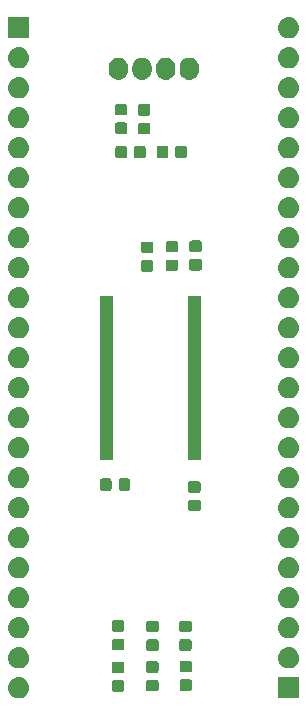
<source format=gts>
G04 #@! TF.GenerationSoftware,KiCad,Pcbnew,(5.1.2)-1*
G04 #@! TF.CreationDate,2024-04-02T23:27:51+09:00*
G04 #@! TF.ProjectId,gpio40,6770696f-3430-42e6-9b69-6361645f7063,v1.0*
G04 #@! TF.SameCoordinates,Original*
G04 #@! TF.FileFunction,Soldermask,Top*
G04 #@! TF.FilePolarity,Negative*
%FSLAX46Y46*%
G04 Gerber Fmt 4.6, Leading zero omitted, Abs format (unit mm)*
G04 Created by KiCad (PCBNEW (5.1.2)-1) date 2024-04-02 23:27:51*
%MOMM*%
%LPD*%
G04 APERTURE LIST*
%ADD10C,0.100000*%
G04 APERTURE END LIST*
D10*
G36*
X145681000Y-127901000D02*
G01*
X143879000Y-127901000D01*
X143879000Y-126099000D01*
X145681000Y-126099000D01*
X145681000Y-127901000D01*
X145681000Y-127901000D01*
G37*
G36*
X122030443Y-126105519D02*
G01*
X122096627Y-126112037D01*
X122266466Y-126163557D01*
X122422991Y-126247222D01*
X122458729Y-126276552D01*
X122560186Y-126359814D01*
X122630431Y-126445409D01*
X122672778Y-126497009D01*
X122756443Y-126653534D01*
X122807963Y-126823373D01*
X122825359Y-127000000D01*
X122807963Y-127176627D01*
X122756443Y-127346466D01*
X122672778Y-127502991D01*
X122643448Y-127538729D01*
X122560186Y-127640186D01*
X122458729Y-127723448D01*
X122422991Y-127752778D01*
X122266466Y-127836443D01*
X122096627Y-127887963D01*
X122030442Y-127894482D01*
X121964260Y-127901000D01*
X121875740Y-127901000D01*
X121809558Y-127894482D01*
X121743373Y-127887963D01*
X121573534Y-127836443D01*
X121417009Y-127752778D01*
X121381271Y-127723448D01*
X121279814Y-127640186D01*
X121196552Y-127538729D01*
X121167222Y-127502991D01*
X121083557Y-127346466D01*
X121032037Y-127176627D01*
X121014641Y-127000000D01*
X121032037Y-126823373D01*
X121083557Y-126653534D01*
X121167222Y-126497009D01*
X121209569Y-126445409D01*
X121279814Y-126359814D01*
X121381271Y-126276552D01*
X121417009Y-126247222D01*
X121573534Y-126163557D01*
X121743373Y-126112037D01*
X121809557Y-126105519D01*
X121875740Y-126099000D01*
X121964260Y-126099000D01*
X122030443Y-126105519D01*
X122030443Y-126105519D01*
G37*
G36*
X130709591Y-126363085D02*
G01*
X130743569Y-126373393D01*
X130774890Y-126390134D01*
X130802339Y-126412661D01*
X130824866Y-126440110D01*
X130841607Y-126471431D01*
X130851915Y-126505409D01*
X130856000Y-126546890D01*
X130856000Y-127148110D01*
X130851915Y-127189591D01*
X130841607Y-127223569D01*
X130824866Y-127254890D01*
X130802339Y-127282339D01*
X130774890Y-127304866D01*
X130743569Y-127321607D01*
X130709591Y-127331915D01*
X130668110Y-127336000D01*
X129991890Y-127336000D01*
X129950409Y-127331915D01*
X129916431Y-127321607D01*
X129885110Y-127304866D01*
X129857661Y-127282339D01*
X129835134Y-127254890D01*
X129818393Y-127223569D01*
X129808085Y-127189591D01*
X129804000Y-127148110D01*
X129804000Y-126546890D01*
X129808085Y-126505409D01*
X129818393Y-126471431D01*
X129835134Y-126440110D01*
X129857661Y-126412661D01*
X129885110Y-126390134D01*
X129916431Y-126373393D01*
X129950409Y-126363085D01*
X129991890Y-126359000D01*
X130668110Y-126359000D01*
X130709591Y-126363085D01*
X130709591Y-126363085D01*
G37*
G36*
X133619591Y-126335085D02*
G01*
X133653569Y-126345393D01*
X133684890Y-126362134D01*
X133712339Y-126384661D01*
X133734866Y-126412110D01*
X133751607Y-126443431D01*
X133761915Y-126477409D01*
X133766000Y-126518890D01*
X133766000Y-127120110D01*
X133761915Y-127161591D01*
X133751607Y-127195569D01*
X133734866Y-127226890D01*
X133712339Y-127254339D01*
X133684890Y-127276866D01*
X133653569Y-127293607D01*
X133619591Y-127303915D01*
X133578110Y-127308000D01*
X132901890Y-127308000D01*
X132860409Y-127303915D01*
X132826431Y-127293607D01*
X132795110Y-127276866D01*
X132767661Y-127254339D01*
X132745134Y-127226890D01*
X132728393Y-127195569D01*
X132718085Y-127161591D01*
X132714000Y-127120110D01*
X132714000Y-126518890D01*
X132718085Y-126477409D01*
X132728393Y-126443431D01*
X132745134Y-126412110D01*
X132767661Y-126384661D01*
X132795110Y-126362134D01*
X132826431Y-126345393D01*
X132860409Y-126335085D01*
X132901890Y-126331000D01*
X133578110Y-126331000D01*
X133619591Y-126335085D01*
X133619591Y-126335085D01*
G37*
G36*
X136459591Y-126303085D02*
G01*
X136493569Y-126313393D01*
X136524890Y-126330134D01*
X136552339Y-126352661D01*
X136574866Y-126380110D01*
X136591607Y-126411431D01*
X136601915Y-126445409D01*
X136606000Y-126486890D01*
X136606000Y-127088110D01*
X136601915Y-127129591D01*
X136591607Y-127163569D01*
X136574866Y-127194890D01*
X136552339Y-127222339D01*
X136524890Y-127244866D01*
X136493569Y-127261607D01*
X136459591Y-127271915D01*
X136418110Y-127276000D01*
X135741890Y-127276000D01*
X135700409Y-127271915D01*
X135666431Y-127261607D01*
X135635110Y-127244866D01*
X135607661Y-127222339D01*
X135585134Y-127194890D01*
X135568393Y-127163569D01*
X135558085Y-127129591D01*
X135554000Y-127088110D01*
X135554000Y-126486890D01*
X135558085Y-126445409D01*
X135568393Y-126411431D01*
X135585134Y-126380110D01*
X135607661Y-126352661D01*
X135635110Y-126330134D01*
X135666431Y-126313393D01*
X135700409Y-126303085D01*
X135741890Y-126299000D01*
X136418110Y-126299000D01*
X136459591Y-126303085D01*
X136459591Y-126303085D01*
G37*
G36*
X130709591Y-124788085D02*
G01*
X130743569Y-124798393D01*
X130774890Y-124815134D01*
X130802339Y-124837661D01*
X130824866Y-124865110D01*
X130841607Y-124896431D01*
X130851915Y-124930409D01*
X130856000Y-124971890D01*
X130856000Y-125573110D01*
X130851915Y-125614591D01*
X130841607Y-125648569D01*
X130824866Y-125679890D01*
X130802339Y-125707339D01*
X130774890Y-125729866D01*
X130743569Y-125746607D01*
X130709591Y-125756915D01*
X130668110Y-125761000D01*
X129991890Y-125761000D01*
X129950409Y-125756915D01*
X129916431Y-125746607D01*
X129885110Y-125729866D01*
X129857661Y-125707339D01*
X129835134Y-125679890D01*
X129818393Y-125648569D01*
X129808085Y-125614591D01*
X129804000Y-125573110D01*
X129804000Y-124971890D01*
X129808085Y-124930409D01*
X129818393Y-124896431D01*
X129835134Y-124865110D01*
X129857661Y-124837661D01*
X129885110Y-124815134D01*
X129916431Y-124798393D01*
X129950409Y-124788085D01*
X129991890Y-124784000D01*
X130668110Y-124784000D01*
X130709591Y-124788085D01*
X130709591Y-124788085D01*
G37*
G36*
X133619591Y-124760085D02*
G01*
X133653569Y-124770393D01*
X133684890Y-124787134D01*
X133712339Y-124809661D01*
X133734866Y-124837110D01*
X133751607Y-124868431D01*
X133761915Y-124902409D01*
X133766000Y-124943890D01*
X133766000Y-125545110D01*
X133761915Y-125586591D01*
X133751607Y-125620569D01*
X133734866Y-125651890D01*
X133712339Y-125679339D01*
X133684890Y-125701866D01*
X133653569Y-125718607D01*
X133619591Y-125728915D01*
X133578110Y-125733000D01*
X132901890Y-125733000D01*
X132860409Y-125728915D01*
X132826431Y-125718607D01*
X132795110Y-125701866D01*
X132767661Y-125679339D01*
X132745134Y-125651890D01*
X132728393Y-125620569D01*
X132718085Y-125586591D01*
X132714000Y-125545110D01*
X132714000Y-124943890D01*
X132718085Y-124902409D01*
X132728393Y-124868431D01*
X132745134Y-124837110D01*
X132767661Y-124809661D01*
X132795110Y-124787134D01*
X132826431Y-124770393D01*
X132860409Y-124760085D01*
X132901890Y-124756000D01*
X133578110Y-124756000D01*
X133619591Y-124760085D01*
X133619591Y-124760085D01*
G37*
G36*
X136459591Y-124728085D02*
G01*
X136493569Y-124738393D01*
X136524890Y-124755134D01*
X136552339Y-124777661D01*
X136574866Y-124805110D01*
X136591607Y-124836431D01*
X136601915Y-124870409D01*
X136606000Y-124911890D01*
X136606000Y-125513110D01*
X136601915Y-125554591D01*
X136591607Y-125588569D01*
X136574866Y-125619890D01*
X136552339Y-125647339D01*
X136524890Y-125669866D01*
X136493569Y-125686607D01*
X136459591Y-125696915D01*
X136418110Y-125701000D01*
X135741890Y-125701000D01*
X135700409Y-125696915D01*
X135666431Y-125686607D01*
X135635110Y-125669866D01*
X135607661Y-125647339D01*
X135585134Y-125619890D01*
X135568393Y-125588569D01*
X135558085Y-125554591D01*
X135554000Y-125513110D01*
X135554000Y-124911890D01*
X135558085Y-124870409D01*
X135568393Y-124836431D01*
X135585134Y-124805110D01*
X135607661Y-124777661D01*
X135635110Y-124755134D01*
X135666431Y-124738393D01*
X135700409Y-124728085D01*
X135741890Y-124724000D01*
X136418110Y-124724000D01*
X136459591Y-124728085D01*
X136459591Y-124728085D01*
G37*
G36*
X122030442Y-123565518D02*
G01*
X122096627Y-123572037D01*
X122266466Y-123623557D01*
X122422991Y-123707222D01*
X122454669Y-123733220D01*
X122560186Y-123819814D01*
X122612861Y-123884000D01*
X122672778Y-123957009D01*
X122756443Y-124113534D01*
X122807963Y-124283373D01*
X122825359Y-124460000D01*
X122807963Y-124636627D01*
X122758892Y-124798393D01*
X122756442Y-124806468D01*
X122719928Y-124874780D01*
X122672778Y-124962991D01*
X122658327Y-124980599D01*
X122560186Y-125100186D01*
X122458729Y-125183448D01*
X122422991Y-125212778D01*
X122266466Y-125296443D01*
X122096627Y-125347963D01*
X122030442Y-125354482D01*
X121964260Y-125361000D01*
X121875740Y-125361000D01*
X121809558Y-125354482D01*
X121743373Y-125347963D01*
X121573534Y-125296443D01*
X121417009Y-125212778D01*
X121381271Y-125183448D01*
X121279814Y-125100186D01*
X121181673Y-124980599D01*
X121167222Y-124962991D01*
X121120072Y-124874780D01*
X121083558Y-124806468D01*
X121081108Y-124798393D01*
X121032037Y-124636627D01*
X121014641Y-124460000D01*
X121032037Y-124283373D01*
X121083557Y-124113534D01*
X121167222Y-123957009D01*
X121227139Y-123884000D01*
X121279814Y-123819814D01*
X121385331Y-123733220D01*
X121417009Y-123707222D01*
X121573534Y-123623557D01*
X121743373Y-123572037D01*
X121809558Y-123565518D01*
X121875740Y-123559000D01*
X121964260Y-123559000D01*
X122030442Y-123565518D01*
X122030442Y-123565518D01*
G37*
G36*
X144890442Y-123565518D02*
G01*
X144956627Y-123572037D01*
X145126466Y-123623557D01*
X145282991Y-123707222D01*
X145314669Y-123733220D01*
X145420186Y-123819814D01*
X145472861Y-123884000D01*
X145532778Y-123957009D01*
X145616443Y-124113534D01*
X145667963Y-124283373D01*
X145685359Y-124460000D01*
X145667963Y-124636627D01*
X145618892Y-124798393D01*
X145616442Y-124806468D01*
X145579928Y-124874780D01*
X145532778Y-124962991D01*
X145518327Y-124980599D01*
X145420186Y-125100186D01*
X145318729Y-125183448D01*
X145282991Y-125212778D01*
X145126466Y-125296443D01*
X144956627Y-125347963D01*
X144890442Y-125354482D01*
X144824260Y-125361000D01*
X144735740Y-125361000D01*
X144669558Y-125354482D01*
X144603373Y-125347963D01*
X144433534Y-125296443D01*
X144277009Y-125212778D01*
X144241271Y-125183448D01*
X144139814Y-125100186D01*
X144041673Y-124980599D01*
X144027222Y-124962991D01*
X143980072Y-124874780D01*
X143943558Y-124806468D01*
X143941108Y-124798393D01*
X143892037Y-124636627D01*
X143874641Y-124460000D01*
X143892037Y-124283373D01*
X143943557Y-124113534D01*
X144027222Y-123957009D01*
X144087139Y-123884000D01*
X144139814Y-123819814D01*
X144245331Y-123733220D01*
X144277009Y-123707222D01*
X144433534Y-123623557D01*
X144603373Y-123572037D01*
X144669558Y-123565518D01*
X144735740Y-123559000D01*
X144824260Y-123559000D01*
X144890442Y-123565518D01*
X144890442Y-123565518D01*
G37*
G36*
X133629591Y-122911085D02*
G01*
X133663569Y-122921393D01*
X133694890Y-122938134D01*
X133722339Y-122960661D01*
X133744866Y-122988110D01*
X133761607Y-123019431D01*
X133771915Y-123053409D01*
X133776000Y-123094890D01*
X133776000Y-123696110D01*
X133771915Y-123737591D01*
X133761607Y-123771569D01*
X133744866Y-123802890D01*
X133722339Y-123830339D01*
X133694890Y-123852866D01*
X133663569Y-123869607D01*
X133629591Y-123879915D01*
X133588110Y-123884000D01*
X132911890Y-123884000D01*
X132870409Y-123879915D01*
X132836431Y-123869607D01*
X132805110Y-123852866D01*
X132777661Y-123830339D01*
X132755134Y-123802890D01*
X132738393Y-123771569D01*
X132728085Y-123737591D01*
X132724000Y-123696110D01*
X132724000Y-123094890D01*
X132728085Y-123053409D01*
X132738393Y-123019431D01*
X132755134Y-122988110D01*
X132777661Y-122960661D01*
X132805110Y-122938134D01*
X132836431Y-122921393D01*
X132870409Y-122911085D01*
X132911890Y-122907000D01*
X133588110Y-122907000D01*
X133629591Y-122911085D01*
X133629591Y-122911085D01*
G37*
G36*
X136419591Y-122901085D02*
G01*
X136453569Y-122911393D01*
X136484890Y-122928134D01*
X136512339Y-122950661D01*
X136534866Y-122978110D01*
X136551607Y-123009431D01*
X136561915Y-123043409D01*
X136566000Y-123084890D01*
X136566000Y-123686110D01*
X136561915Y-123727591D01*
X136551607Y-123761569D01*
X136534866Y-123792890D01*
X136512339Y-123820339D01*
X136484890Y-123842866D01*
X136453569Y-123859607D01*
X136419591Y-123869915D01*
X136378110Y-123874000D01*
X135701890Y-123874000D01*
X135660409Y-123869915D01*
X135626431Y-123859607D01*
X135595110Y-123842866D01*
X135567661Y-123820339D01*
X135545134Y-123792890D01*
X135528393Y-123761569D01*
X135518085Y-123727591D01*
X135514000Y-123686110D01*
X135514000Y-123084890D01*
X135518085Y-123043409D01*
X135528393Y-123009431D01*
X135545134Y-122978110D01*
X135567661Y-122950661D01*
X135595110Y-122928134D01*
X135626431Y-122911393D01*
X135660409Y-122901085D01*
X135701890Y-122897000D01*
X136378110Y-122897000D01*
X136419591Y-122901085D01*
X136419591Y-122901085D01*
G37*
G36*
X130729591Y-122861085D02*
G01*
X130763569Y-122871393D01*
X130794890Y-122888134D01*
X130822339Y-122910661D01*
X130844866Y-122938110D01*
X130861607Y-122969431D01*
X130871915Y-123003409D01*
X130876000Y-123044890D01*
X130876000Y-123646110D01*
X130871915Y-123687591D01*
X130861607Y-123721569D01*
X130844866Y-123752890D01*
X130822339Y-123780339D01*
X130794890Y-123802866D01*
X130763569Y-123819607D01*
X130729591Y-123829915D01*
X130688110Y-123834000D01*
X130011890Y-123834000D01*
X129970409Y-123829915D01*
X129936431Y-123819607D01*
X129905110Y-123802866D01*
X129877661Y-123780339D01*
X129855134Y-123752890D01*
X129838393Y-123721569D01*
X129828085Y-123687591D01*
X129824000Y-123646110D01*
X129824000Y-123044890D01*
X129828085Y-123003409D01*
X129838393Y-122969431D01*
X129855134Y-122938110D01*
X129877661Y-122910661D01*
X129905110Y-122888134D01*
X129936431Y-122871393D01*
X129970409Y-122861085D01*
X130011890Y-122857000D01*
X130688110Y-122857000D01*
X130729591Y-122861085D01*
X130729591Y-122861085D01*
G37*
G36*
X144890442Y-121025518D02*
G01*
X144956627Y-121032037D01*
X145126466Y-121083557D01*
X145282991Y-121167222D01*
X145318729Y-121196552D01*
X145420186Y-121279814D01*
X145496795Y-121373164D01*
X145532778Y-121417009D01*
X145616443Y-121573534D01*
X145667963Y-121743373D01*
X145685359Y-121920000D01*
X145667963Y-122096627D01*
X145616443Y-122266466D01*
X145532778Y-122422991D01*
X145503448Y-122458729D01*
X145420186Y-122560186D01*
X145318729Y-122643448D01*
X145282991Y-122672778D01*
X145126466Y-122756443D01*
X144956627Y-122807963D01*
X144890443Y-122814481D01*
X144824260Y-122821000D01*
X144735740Y-122821000D01*
X144669557Y-122814481D01*
X144603373Y-122807963D01*
X144433534Y-122756443D01*
X144277009Y-122672778D01*
X144241271Y-122643448D01*
X144139814Y-122560186D01*
X144056552Y-122458729D01*
X144027222Y-122422991D01*
X143943557Y-122266466D01*
X143892037Y-122096627D01*
X143874641Y-121920000D01*
X143892037Y-121743373D01*
X143943557Y-121573534D01*
X144027222Y-121417009D01*
X144063205Y-121373164D01*
X144139814Y-121279814D01*
X144241271Y-121196552D01*
X144277009Y-121167222D01*
X144433534Y-121083557D01*
X144603373Y-121032037D01*
X144669558Y-121025518D01*
X144735740Y-121019000D01*
X144824260Y-121019000D01*
X144890442Y-121025518D01*
X144890442Y-121025518D01*
G37*
G36*
X122030442Y-121025518D02*
G01*
X122096627Y-121032037D01*
X122266466Y-121083557D01*
X122422991Y-121167222D01*
X122458729Y-121196552D01*
X122560186Y-121279814D01*
X122636795Y-121373164D01*
X122672778Y-121417009D01*
X122756443Y-121573534D01*
X122807963Y-121743373D01*
X122825359Y-121920000D01*
X122807963Y-122096627D01*
X122756443Y-122266466D01*
X122672778Y-122422991D01*
X122643448Y-122458729D01*
X122560186Y-122560186D01*
X122458729Y-122643448D01*
X122422991Y-122672778D01*
X122266466Y-122756443D01*
X122096627Y-122807963D01*
X122030443Y-122814481D01*
X121964260Y-122821000D01*
X121875740Y-122821000D01*
X121809557Y-122814481D01*
X121743373Y-122807963D01*
X121573534Y-122756443D01*
X121417009Y-122672778D01*
X121381271Y-122643448D01*
X121279814Y-122560186D01*
X121196552Y-122458729D01*
X121167222Y-122422991D01*
X121083557Y-122266466D01*
X121032037Y-122096627D01*
X121014641Y-121920000D01*
X121032037Y-121743373D01*
X121083557Y-121573534D01*
X121167222Y-121417009D01*
X121203205Y-121373164D01*
X121279814Y-121279814D01*
X121381271Y-121196552D01*
X121417009Y-121167222D01*
X121573534Y-121083557D01*
X121743373Y-121032037D01*
X121809558Y-121025518D01*
X121875740Y-121019000D01*
X121964260Y-121019000D01*
X122030442Y-121025518D01*
X122030442Y-121025518D01*
G37*
G36*
X133629591Y-121336085D02*
G01*
X133663569Y-121346393D01*
X133694890Y-121363134D01*
X133722339Y-121385661D01*
X133744866Y-121413110D01*
X133761607Y-121444431D01*
X133771915Y-121478409D01*
X133776000Y-121519890D01*
X133776000Y-122121110D01*
X133771915Y-122162591D01*
X133761607Y-122196569D01*
X133744866Y-122227890D01*
X133722339Y-122255339D01*
X133694890Y-122277866D01*
X133663569Y-122294607D01*
X133629591Y-122304915D01*
X133588110Y-122309000D01*
X132911890Y-122309000D01*
X132870409Y-122304915D01*
X132836431Y-122294607D01*
X132805110Y-122277866D01*
X132777661Y-122255339D01*
X132755134Y-122227890D01*
X132738393Y-122196569D01*
X132728085Y-122162591D01*
X132724000Y-122121110D01*
X132724000Y-121519890D01*
X132728085Y-121478409D01*
X132738393Y-121444431D01*
X132755134Y-121413110D01*
X132777661Y-121385661D01*
X132805110Y-121363134D01*
X132836431Y-121346393D01*
X132870409Y-121336085D01*
X132911890Y-121332000D01*
X133588110Y-121332000D01*
X133629591Y-121336085D01*
X133629591Y-121336085D01*
G37*
G36*
X136419591Y-121326085D02*
G01*
X136453569Y-121336393D01*
X136484890Y-121353134D01*
X136512339Y-121375661D01*
X136534866Y-121403110D01*
X136551607Y-121434431D01*
X136561915Y-121468409D01*
X136566000Y-121509890D01*
X136566000Y-122111110D01*
X136561915Y-122152591D01*
X136551607Y-122186569D01*
X136534866Y-122217890D01*
X136512339Y-122245339D01*
X136484890Y-122267866D01*
X136453569Y-122284607D01*
X136419591Y-122294915D01*
X136378110Y-122299000D01*
X135701890Y-122299000D01*
X135660409Y-122294915D01*
X135626431Y-122284607D01*
X135595110Y-122267866D01*
X135567661Y-122245339D01*
X135545134Y-122217890D01*
X135528393Y-122186569D01*
X135518085Y-122152591D01*
X135514000Y-122111110D01*
X135514000Y-121509890D01*
X135518085Y-121468409D01*
X135528393Y-121434431D01*
X135545134Y-121403110D01*
X135567661Y-121375661D01*
X135595110Y-121353134D01*
X135626431Y-121336393D01*
X135660409Y-121326085D01*
X135701890Y-121322000D01*
X136378110Y-121322000D01*
X136419591Y-121326085D01*
X136419591Y-121326085D01*
G37*
G36*
X130729591Y-121286085D02*
G01*
X130763569Y-121296393D01*
X130794890Y-121313134D01*
X130822339Y-121335661D01*
X130844866Y-121363110D01*
X130861607Y-121394431D01*
X130871915Y-121428409D01*
X130876000Y-121469890D01*
X130876000Y-122071110D01*
X130871915Y-122112591D01*
X130861607Y-122146569D01*
X130844866Y-122177890D01*
X130822339Y-122205339D01*
X130794890Y-122227866D01*
X130763569Y-122244607D01*
X130729591Y-122254915D01*
X130688110Y-122259000D01*
X130011890Y-122259000D01*
X129970409Y-122254915D01*
X129936431Y-122244607D01*
X129905110Y-122227866D01*
X129877661Y-122205339D01*
X129855134Y-122177890D01*
X129838393Y-122146569D01*
X129828085Y-122112591D01*
X129824000Y-122071110D01*
X129824000Y-121469890D01*
X129828085Y-121428409D01*
X129838393Y-121394431D01*
X129855134Y-121363110D01*
X129877661Y-121335661D01*
X129905110Y-121313134D01*
X129936431Y-121296393D01*
X129970409Y-121286085D01*
X130011890Y-121282000D01*
X130688110Y-121282000D01*
X130729591Y-121286085D01*
X130729591Y-121286085D01*
G37*
G36*
X122030442Y-118485518D02*
G01*
X122096627Y-118492037D01*
X122266466Y-118543557D01*
X122422991Y-118627222D01*
X122458729Y-118656552D01*
X122560186Y-118739814D01*
X122643448Y-118841271D01*
X122672778Y-118877009D01*
X122756443Y-119033534D01*
X122807963Y-119203373D01*
X122825359Y-119380000D01*
X122807963Y-119556627D01*
X122756443Y-119726466D01*
X122672778Y-119882991D01*
X122643448Y-119918729D01*
X122560186Y-120020186D01*
X122458729Y-120103448D01*
X122422991Y-120132778D01*
X122266466Y-120216443D01*
X122096627Y-120267963D01*
X122030442Y-120274482D01*
X121964260Y-120281000D01*
X121875740Y-120281000D01*
X121809558Y-120274482D01*
X121743373Y-120267963D01*
X121573534Y-120216443D01*
X121417009Y-120132778D01*
X121381271Y-120103448D01*
X121279814Y-120020186D01*
X121196552Y-119918729D01*
X121167222Y-119882991D01*
X121083557Y-119726466D01*
X121032037Y-119556627D01*
X121014641Y-119380000D01*
X121032037Y-119203373D01*
X121083557Y-119033534D01*
X121167222Y-118877009D01*
X121196552Y-118841271D01*
X121279814Y-118739814D01*
X121381271Y-118656552D01*
X121417009Y-118627222D01*
X121573534Y-118543557D01*
X121743373Y-118492037D01*
X121809558Y-118485518D01*
X121875740Y-118479000D01*
X121964260Y-118479000D01*
X122030442Y-118485518D01*
X122030442Y-118485518D01*
G37*
G36*
X144890442Y-118485518D02*
G01*
X144956627Y-118492037D01*
X145126466Y-118543557D01*
X145282991Y-118627222D01*
X145318729Y-118656552D01*
X145420186Y-118739814D01*
X145503448Y-118841271D01*
X145532778Y-118877009D01*
X145616443Y-119033534D01*
X145667963Y-119203373D01*
X145685359Y-119380000D01*
X145667963Y-119556627D01*
X145616443Y-119726466D01*
X145532778Y-119882991D01*
X145503448Y-119918729D01*
X145420186Y-120020186D01*
X145318729Y-120103448D01*
X145282991Y-120132778D01*
X145126466Y-120216443D01*
X144956627Y-120267963D01*
X144890442Y-120274482D01*
X144824260Y-120281000D01*
X144735740Y-120281000D01*
X144669558Y-120274482D01*
X144603373Y-120267963D01*
X144433534Y-120216443D01*
X144277009Y-120132778D01*
X144241271Y-120103448D01*
X144139814Y-120020186D01*
X144056552Y-119918729D01*
X144027222Y-119882991D01*
X143943557Y-119726466D01*
X143892037Y-119556627D01*
X143874641Y-119380000D01*
X143892037Y-119203373D01*
X143943557Y-119033534D01*
X144027222Y-118877009D01*
X144056552Y-118841271D01*
X144139814Y-118739814D01*
X144241271Y-118656552D01*
X144277009Y-118627222D01*
X144433534Y-118543557D01*
X144603373Y-118492037D01*
X144669558Y-118485518D01*
X144735740Y-118479000D01*
X144824260Y-118479000D01*
X144890442Y-118485518D01*
X144890442Y-118485518D01*
G37*
G36*
X122030442Y-115945518D02*
G01*
X122096627Y-115952037D01*
X122266466Y-116003557D01*
X122422991Y-116087222D01*
X122458729Y-116116552D01*
X122560186Y-116199814D01*
X122643448Y-116301271D01*
X122672778Y-116337009D01*
X122756443Y-116493534D01*
X122807963Y-116663373D01*
X122825359Y-116840000D01*
X122807963Y-117016627D01*
X122756443Y-117186466D01*
X122672778Y-117342991D01*
X122643448Y-117378729D01*
X122560186Y-117480186D01*
X122458729Y-117563448D01*
X122422991Y-117592778D01*
X122266466Y-117676443D01*
X122096627Y-117727963D01*
X122030442Y-117734482D01*
X121964260Y-117741000D01*
X121875740Y-117741000D01*
X121809558Y-117734482D01*
X121743373Y-117727963D01*
X121573534Y-117676443D01*
X121417009Y-117592778D01*
X121381271Y-117563448D01*
X121279814Y-117480186D01*
X121196552Y-117378729D01*
X121167222Y-117342991D01*
X121083557Y-117186466D01*
X121032037Y-117016627D01*
X121014641Y-116840000D01*
X121032037Y-116663373D01*
X121083557Y-116493534D01*
X121167222Y-116337009D01*
X121196552Y-116301271D01*
X121279814Y-116199814D01*
X121381271Y-116116552D01*
X121417009Y-116087222D01*
X121573534Y-116003557D01*
X121743373Y-115952037D01*
X121809558Y-115945518D01*
X121875740Y-115939000D01*
X121964260Y-115939000D01*
X122030442Y-115945518D01*
X122030442Y-115945518D01*
G37*
G36*
X144890442Y-115945518D02*
G01*
X144956627Y-115952037D01*
X145126466Y-116003557D01*
X145282991Y-116087222D01*
X145318729Y-116116552D01*
X145420186Y-116199814D01*
X145503448Y-116301271D01*
X145532778Y-116337009D01*
X145616443Y-116493534D01*
X145667963Y-116663373D01*
X145685359Y-116840000D01*
X145667963Y-117016627D01*
X145616443Y-117186466D01*
X145532778Y-117342991D01*
X145503448Y-117378729D01*
X145420186Y-117480186D01*
X145318729Y-117563448D01*
X145282991Y-117592778D01*
X145126466Y-117676443D01*
X144956627Y-117727963D01*
X144890442Y-117734482D01*
X144824260Y-117741000D01*
X144735740Y-117741000D01*
X144669558Y-117734482D01*
X144603373Y-117727963D01*
X144433534Y-117676443D01*
X144277009Y-117592778D01*
X144241271Y-117563448D01*
X144139814Y-117480186D01*
X144056552Y-117378729D01*
X144027222Y-117342991D01*
X143943557Y-117186466D01*
X143892037Y-117016627D01*
X143874641Y-116840000D01*
X143892037Y-116663373D01*
X143943557Y-116493534D01*
X144027222Y-116337009D01*
X144056552Y-116301271D01*
X144139814Y-116199814D01*
X144241271Y-116116552D01*
X144277009Y-116087222D01*
X144433534Y-116003557D01*
X144603373Y-115952037D01*
X144669558Y-115945518D01*
X144735740Y-115939000D01*
X144824260Y-115939000D01*
X144890442Y-115945518D01*
X144890442Y-115945518D01*
G37*
G36*
X144890443Y-113405519D02*
G01*
X144956627Y-113412037D01*
X145126466Y-113463557D01*
X145282991Y-113547222D01*
X145318729Y-113576552D01*
X145420186Y-113659814D01*
X145503448Y-113761271D01*
X145532778Y-113797009D01*
X145616443Y-113953534D01*
X145667963Y-114123373D01*
X145685359Y-114300000D01*
X145667963Y-114476627D01*
X145616443Y-114646466D01*
X145532778Y-114802991D01*
X145503448Y-114838729D01*
X145420186Y-114940186D01*
X145318729Y-115023448D01*
X145282991Y-115052778D01*
X145126466Y-115136443D01*
X144956627Y-115187963D01*
X144890442Y-115194482D01*
X144824260Y-115201000D01*
X144735740Y-115201000D01*
X144669558Y-115194482D01*
X144603373Y-115187963D01*
X144433534Y-115136443D01*
X144277009Y-115052778D01*
X144241271Y-115023448D01*
X144139814Y-114940186D01*
X144056552Y-114838729D01*
X144027222Y-114802991D01*
X143943557Y-114646466D01*
X143892037Y-114476627D01*
X143874641Y-114300000D01*
X143892037Y-114123373D01*
X143943557Y-113953534D01*
X144027222Y-113797009D01*
X144056552Y-113761271D01*
X144139814Y-113659814D01*
X144241271Y-113576552D01*
X144277009Y-113547222D01*
X144433534Y-113463557D01*
X144603373Y-113412037D01*
X144669557Y-113405519D01*
X144735740Y-113399000D01*
X144824260Y-113399000D01*
X144890443Y-113405519D01*
X144890443Y-113405519D01*
G37*
G36*
X122030443Y-113405519D02*
G01*
X122096627Y-113412037D01*
X122266466Y-113463557D01*
X122422991Y-113547222D01*
X122458729Y-113576552D01*
X122560186Y-113659814D01*
X122643448Y-113761271D01*
X122672778Y-113797009D01*
X122756443Y-113953534D01*
X122807963Y-114123373D01*
X122825359Y-114300000D01*
X122807963Y-114476627D01*
X122756443Y-114646466D01*
X122672778Y-114802991D01*
X122643448Y-114838729D01*
X122560186Y-114940186D01*
X122458729Y-115023448D01*
X122422991Y-115052778D01*
X122266466Y-115136443D01*
X122096627Y-115187963D01*
X122030442Y-115194482D01*
X121964260Y-115201000D01*
X121875740Y-115201000D01*
X121809558Y-115194482D01*
X121743373Y-115187963D01*
X121573534Y-115136443D01*
X121417009Y-115052778D01*
X121381271Y-115023448D01*
X121279814Y-114940186D01*
X121196552Y-114838729D01*
X121167222Y-114802991D01*
X121083557Y-114646466D01*
X121032037Y-114476627D01*
X121014641Y-114300000D01*
X121032037Y-114123373D01*
X121083557Y-113953534D01*
X121167222Y-113797009D01*
X121196552Y-113761271D01*
X121279814Y-113659814D01*
X121381271Y-113576552D01*
X121417009Y-113547222D01*
X121573534Y-113463557D01*
X121743373Y-113412037D01*
X121809557Y-113405519D01*
X121875740Y-113399000D01*
X121964260Y-113399000D01*
X122030443Y-113405519D01*
X122030443Y-113405519D01*
G37*
G36*
X144890442Y-110865518D02*
G01*
X144956627Y-110872037D01*
X145126466Y-110923557D01*
X145282991Y-111007222D01*
X145318729Y-111036552D01*
X145420186Y-111119814D01*
X145485525Y-111199431D01*
X145532778Y-111257009D01*
X145616443Y-111413534D01*
X145667963Y-111583373D01*
X145685359Y-111760000D01*
X145667963Y-111936627D01*
X145616443Y-112106466D01*
X145532778Y-112262991D01*
X145503448Y-112298729D01*
X145420186Y-112400186D01*
X145318729Y-112483448D01*
X145282991Y-112512778D01*
X145126466Y-112596443D01*
X144956627Y-112647963D01*
X144890442Y-112654482D01*
X144824260Y-112661000D01*
X144735740Y-112661000D01*
X144669558Y-112654482D01*
X144603373Y-112647963D01*
X144433534Y-112596443D01*
X144277009Y-112512778D01*
X144241271Y-112483448D01*
X144139814Y-112400186D01*
X144056552Y-112298729D01*
X144027222Y-112262991D01*
X143943557Y-112106466D01*
X143892037Y-111936627D01*
X143874641Y-111760000D01*
X143892037Y-111583373D01*
X143943557Y-111413534D01*
X144027222Y-111257009D01*
X144074475Y-111199431D01*
X144139814Y-111119814D01*
X144241271Y-111036552D01*
X144277009Y-111007222D01*
X144433534Y-110923557D01*
X144603373Y-110872037D01*
X144669558Y-110865518D01*
X144735740Y-110859000D01*
X144824260Y-110859000D01*
X144890442Y-110865518D01*
X144890442Y-110865518D01*
G37*
G36*
X122030442Y-110865518D02*
G01*
X122096627Y-110872037D01*
X122266466Y-110923557D01*
X122422991Y-111007222D01*
X122458729Y-111036552D01*
X122560186Y-111119814D01*
X122625525Y-111199431D01*
X122672778Y-111257009D01*
X122756443Y-111413534D01*
X122807963Y-111583373D01*
X122825359Y-111760000D01*
X122807963Y-111936627D01*
X122756443Y-112106466D01*
X122672778Y-112262991D01*
X122643448Y-112298729D01*
X122560186Y-112400186D01*
X122458729Y-112483448D01*
X122422991Y-112512778D01*
X122266466Y-112596443D01*
X122096627Y-112647963D01*
X122030442Y-112654482D01*
X121964260Y-112661000D01*
X121875740Y-112661000D01*
X121809558Y-112654482D01*
X121743373Y-112647963D01*
X121573534Y-112596443D01*
X121417009Y-112512778D01*
X121381271Y-112483448D01*
X121279814Y-112400186D01*
X121196552Y-112298729D01*
X121167222Y-112262991D01*
X121083557Y-112106466D01*
X121032037Y-111936627D01*
X121014641Y-111760000D01*
X121032037Y-111583373D01*
X121083557Y-111413534D01*
X121167222Y-111257009D01*
X121214475Y-111199431D01*
X121279814Y-111119814D01*
X121381271Y-111036552D01*
X121417009Y-111007222D01*
X121573534Y-110923557D01*
X121743373Y-110872037D01*
X121809558Y-110865518D01*
X121875740Y-110859000D01*
X121964260Y-110859000D01*
X122030442Y-110865518D01*
X122030442Y-110865518D01*
G37*
G36*
X137179591Y-111091085D02*
G01*
X137213569Y-111101393D01*
X137244890Y-111118134D01*
X137272339Y-111140661D01*
X137294866Y-111168110D01*
X137311607Y-111199431D01*
X137321915Y-111233409D01*
X137326000Y-111274890D01*
X137326000Y-111876110D01*
X137321915Y-111917591D01*
X137311607Y-111951569D01*
X137294866Y-111982890D01*
X137272339Y-112010339D01*
X137244890Y-112032866D01*
X137213569Y-112049607D01*
X137179591Y-112059915D01*
X137138110Y-112064000D01*
X136461890Y-112064000D01*
X136420409Y-112059915D01*
X136386431Y-112049607D01*
X136355110Y-112032866D01*
X136327661Y-112010339D01*
X136305134Y-111982890D01*
X136288393Y-111951569D01*
X136278085Y-111917591D01*
X136274000Y-111876110D01*
X136274000Y-111274890D01*
X136278085Y-111233409D01*
X136288393Y-111199431D01*
X136305134Y-111168110D01*
X136327661Y-111140661D01*
X136355110Y-111118134D01*
X136386431Y-111101393D01*
X136420409Y-111091085D01*
X136461890Y-111087000D01*
X137138110Y-111087000D01*
X137179591Y-111091085D01*
X137179591Y-111091085D01*
G37*
G36*
X137179591Y-109516085D02*
G01*
X137213569Y-109526393D01*
X137244890Y-109543134D01*
X137272339Y-109565661D01*
X137294866Y-109593110D01*
X137311607Y-109624431D01*
X137321915Y-109658409D01*
X137326000Y-109699890D01*
X137326000Y-110301110D01*
X137321915Y-110342591D01*
X137311607Y-110376569D01*
X137294866Y-110407890D01*
X137272339Y-110435339D01*
X137244890Y-110457866D01*
X137213569Y-110474607D01*
X137179591Y-110484915D01*
X137138110Y-110489000D01*
X136461890Y-110489000D01*
X136420409Y-110484915D01*
X136386431Y-110474607D01*
X136355110Y-110457866D01*
X136327661Y-110435339D01*
X136305134Y-110407890D01*
X136288393Y-110376569D01*
X136278085Y-110342591D01*
X136274000Y-110301110D01*
X136274000Y-109699890D01*
X136278085Y-109658409D01*
X136288393Y-109624431D01*
X136305134Y-109593110D01*
X136327661Y-109565661D01*
X136355110Y-109543134D01*
X136386431Y-109526393D01*
X136420409Y-109516085D01*
X136461890Y-109512000D01*
X137138110Y-109512000D01*
X137179591Y-109516085D01*
X137179591Y-109516085D01*
G37*
G36*
X129642591Y-109278085D02*
G01*
X129676569Y-109288393D01*
X129707890Y-109305134D01*
X129735339Y-109327661D01*
X129757866Y-109355110D01*
X129774607Y-109386431D01*
X129784915Y-109420409D01*
X129789000Y-109461890D01*
X129789000Y-110138110D01*
X129784915Y-110179591D01*
X129774607Y-110213569D01*
X129757866Y-110244890D01*
X129735339Y-110272339D01*
X129707890Y-110294866D01*
X129676569Y-110311607D01*
X129642591Y-110321915D01*
X129601110Y-110326000D01*
X128999890Y-110326000D01*
X128958409Y-110321915D01*
X128924431Y-110311607D01*
X128893110Y-110294866D01*
X128865661Y-110272339D01*
X128843134Y-110244890D01*
X128826393Y-110213569D01*
X128816085Y-110179591D01*
X128812000Y-110138110D01*
X128812000Y-109461890D01*
X128816085Y-109420409D01*
X128826393Y-109386431D01*
X128843134Y-109355110D01*
X128865661Y-109327661D01*
X128893110Y-109305134D01*
X128924431Y-109288393D01*
X128958409Y-109278085D01*
X128999890Y-109274000D01*
X129601110Y-109274000D01*
X129642591Y-109278085D01*
X129642591Y-109278085D01*
G37*
G36*
X131217591Y-109278085D02*
G01*
X131251569Y-109288393D01*
X131282890Y-109305134D01*
X131310339Y-109327661D01*
X131332866Y-109355110D01*
X131349607Y-109386431D01*
X131359915Y-109420409D01*
X131364000Y-109461890D01*
X131364000Y-110138110D01*
X131359915Y-110179591D01*
X131349607Y-110213569D01*
X131332866Y-110244890D01*
X131310339Y-110272339D01*
X131282890Y-110294866D01*
X131251569Y-110311607D01*
X131217591Y-110321915D01*
X131176110Y-110326000D01*
X130574890Y-110326000D01*
X130533409Y-110321915D01*
X130499431Y-110311607D01*
X130468110Y-110294866D01*
X130440661Y-110272339D01*
X130418134Y-110244890D01*
X130401393Y-110213569D01*
X130391085Y-110179591D01*
X130387000Y-110138110D01*
X130387000Y-109461890D01*
X130391085Y-109420409D01*
X130401393Y-109386431D01*
X130418134Y-109355110D01*
X130440661Y-109327661D01*
X130468110Y-109305134D01*
X130499431Y-109288393D01*
X130533409Y-109278085D01*
X130574890Y-109274000D01*
X131176110Y-109274000D01*
X131217591Y-109278085D01*
X131217591Y-109278085D01*
G37*
G36*
X122030443Y-108325519D02*
G01*
X122096627Y-108332037D01*
X122266466Y-108383557D01*
X122422991Y-108467222D01*
X122458729Y-108496552D01*
X122560186Y-108579814D01*
X122643448Y-108681271D01*
X122672778Y-108717009D01*
X122756443Y-108873534D01*
X122807963Y-109043373D01*
X122825359Y-109220000D01*
X122807963Y-109396627D01*
X122756443Y-109566466D01*
X122672778Y-109722991D01*
X122645483Y-109756250D01*
X122560186Y-109860186D01*
X122458729Y-109943448D01*
X122422991Y-109972778D01*
X122266466Y-110056443D01*
X122096627Y-110107963D01*
X122030443Y-110114481D01*
X121964260Y-110121000D01*
X121875740Y-110121000D01*
X121809557Y-110114481D01*
X121743373Y-110107963D01*
X121573534Y-110056443D01*
X121417009Y-109972778D01*
X121381271Y-109943448D01*
X121279814Y-109860186D01*
X121194517Y-109756250D01*
X121167222Y-109722991D01*
X121083557Y-109566466D01*
X121032037Y-109396627D01*
X121014641Y-109220000D01*
X121032037Y-109043373D01*
X121083557Y-108873534D01*
X121167222Y-108717009D01*
X121196552Y-108681271D01*
X121279814Y-108579814D01*
X121381271Y-108496552D01*
X121417009Y-108467222D01*
X121573534Y-108383557D01*
X121743373Y-108332037D01*
X121809557Y-108325519D01*
X121875740Y-108319000D01*
X121964260Y-108319000D01*
X122030443Y-108325519D01*
X122030443Y-108325519D01*
G37*
G36*
X144890443Y-108325519D02*
G01*
X144956627Y-108332037D01*
X145126466Y-108383557D01*
X145282991Y-108467222D01*
X145318729Y-108496552D01*
X145420186Y-108579814D01*
X145503448Y-108681271D01*
X145532778Y-108717009D01*
X145616443Y-108873534D01*
X145667963Y-109043373D01*
X145685359Y-109220000D01*
X145667963Y-109396627D01*
X145616443Y-109566466D01*
X145532778Y-109722991D01*
X145505483Y-109756250D01*
X145420186Y-109860186D01*
X145318729Y-109943448D01*
X145282991Y-109972778D01*
X145126466Y-110056443D01*
X144956627Y-110107963D01*
X144890443Y-110114481D01*
X144824260Y-110121000D01*
X144735740Y-110121000D01*
X144669557Y-110114481D01*
X144603373Y-110107963D01*
X144433534Y-110056443D01*
X144277009Y-109972778D01*
X144241271Y-109943448D01*
X144139814Y-109860186D01*
X144054517Y-109756250D01*
X144027222Y-109722991D01*
X143943557Y-109566466D01*
X143892037Y-109396627D01*
X143874641Y-109220000D01*
X143892037Y-109043373D01*
X143943557Y-108873534D01*
X144027222Y-108717009D01*
X144056552Y-108681271D01*
X144139814Y-108579814D01*
X144241271Y-108496552D01*
X144277009Y-108467222D01*
X144433534Y-108383557D01*
X144603373Y-108332037D01*
X144669557Y-108325519D01*
X144735740Y-108319000D01*
X144824260Y-108319000D01*
X144890443Y-108325519D01*
X144890443Y-108325519D01*
G37*
G36*
X129901000Y-107743500D02*
G01*
X128799000Y-107743500D01*
X128799000Y-93856500D01*
X129901000Y-93856500D01*
X129901000Y-107743500D01*
X129901000Y-107743500D01*
G37*
G36*
X137401000Y-107743500D02*
G01*
X136299000Y-107743500D01*
X136299000Y-93856500D01*
X137401000Y-93856500D01*
X137401000Y-107743500D01*
X137401000Y-107743500D01*
G37*
G36*
X144890443Y-105785519D02*
G01*
X144956627Y-105792037D01*
X145126466Y-105843557D01*
X145126468Y-105843558D01*
X145204728Y-105885389D01*
X145282991Y-105927222D01*
X145318729Y-105956552D01*
X145420186Y-106039814D01*
X145503448Y-106141271D01*
X145532778Y-106177009D01*
X145616443Y-106333534D01*
X145667963Y-106503373D01*
X145685359Y-106680000D01*
X145667963Y-106856627D01*
X145616443Y-107026466D01*
X145532778Y-107182991D01*
X145503448Y-107218729D01*
X145420186Y-107320186D01*
X145318729Y-107403448D01*
X145282991Y-107432778D01*
X145126466Y-107516443D01*
X144956627Y-107567963D01*
X144890443Y-107574481D01*
X144824260Y-107581000D01*
X144735740Y-107581000D01*
X144669557Y-107574481D01*
X144603373Y-107567963D01*
X144433534Y-107516443D01*
X144277009Y-107432778D01*
X144241271Y-107403448D01*
X144139814Y-107320186D01*
X144056552Y-107218729D01*
X144027222Y-107182991D01*
X143943557Y-107026466D01*
X143892037Y-106856627D01*
X143874641Y-106680000D01*
X143892037Y-106503373D01*
X143943557Y-106333534D01*
X144027222Y-106177009D01*
X144056552Y-106141271D01*
X144139814Y-106039814D01*
X144241271Y-105956552D01*
X144277009Y-105927222D01*
X144355272Y-105885389D01*
X144433532Y-105843558D01*
X144433534Y-105843557D01*
X144603373Y-105792037D01*
X144669557Y-105785519D01*
X144735740Y-105779000D01*
X144824260Y-105779000D01*
X144890443Y-105785519D01*
X144890443Y-105785519D01*
G37*
G36*
X122030443Y-105785519D02*
G01*
X122096627Y-105792037D01*
X122266466Y-105843557D01*
X122266468Y-105843558D01*
X122344728Y-105885389D01*
X122422991Y-105927222D01*
X122458729Y-105956552D01*
X122560186Y-106039814D01*
X122643448Y-106141271D01*
X122672778Y-106177009D01*
X122756443Y-106333534D01*
X122807963Y-106503373D01*
X122825359Y-106680000D01*
X122807963Y-106856627D01*
X122756443Y-107026466D01*
X122672778Y-107182991D01*
X122643448Y-107218729D01*
X122560186Y-107320186D01*
X122458729Y-107403448D01*
X122422991Y-107432778D01*
X122266466Y-107516443D01*
X122096627Y-107567963D01*
X122030443Y-107574481D01*
X121964260Y-107581000D01*
X121875740Y-107581000D01*
X121809557Y-107574481D01*
X121743373Y-107567963D01*
X121573534Y-107516443D01*
X121417009Y-107432778D01*
X121381271Y-107403448D01*
X121279814Y-107320186D01*
X121196552Y-107218729D01*
X121167222Y-107182991D01*
X121083557Y-107026466D01*
X121032037Y-106856627D01*
X121014641Y-106680000D01*
X121032037Y-106503373D01*
X121083557Y-106333534D01*
X121167222Y-106177009D01*
X121196552Y-106141271D01*
X121279814Y-106039814D01*
X121381271Y-105956552D01*
X121417009Y-105927222D01*
X121495272Y-105885389D01*
X121573532Y-105843558D01*
X121573534Y-105843557D01*
X121743373Y-105792037D01*
X121809557Y-105785519D01*
X121875740Y-105779000D01*
X121964260Y-105779000D01*
X122030443Y-105785519D01*
X122030443Y-105785519D01*
G37*
G36*
X144890443Y-103245519D02*
G01*
X144956627Y-103252037D01*
X145126466Y-103303557D01*
X145282991Y-103387222D01*
X145318729Y-103416552D01*
X145420186Y-103499814D01*
X145503448Y-103601271D01*
X145532778Y-103637009D01*
X145616443Y-103793534D01*
X145667963Y-103963373D01*
X145685359Y-104140000D01*
X145667963Y-104316627D01*
X145616443Y-104486466D01*
X145532778Y-104642991D01*
X145503448Y-104678729D01*
X145420186Y-104780186D01*
X145327196Y-104856500D01*
X145282991Y-104892778D01*
X145126466Y-104976443D01*
X144956627Y-105027963D01*
X144890442Y-105034482D01*
X144824260Y-105041000D01*
X144735740Y-105041000D01*
X144669557Y-105034481D01*
X144603373Y-105027963D01*
X144433534Y-104976443D01*
X144277009Y-104892778D01*
X144232804Y-104856500D01*
X144139814Y-104780186D01*
X144056552Y-104678729D01*
X144027222Y-104642991D01*
X143943557Y-104486466D01*
X143892037Y-104316627D01*
X143874641Y-104140000D01*
X143892037Y-103963373D01*
X143943557Y-103793534D01*
X144027222Y-103637009D01*
X144056552Y-103601271D01*
X144139814Y-103499814D01*
X144241271Y-103416552D01*
X144277009Y-103387222D01*
X144433534Y-103303557D01*
X144603373Y-103252037D01*
X144669558Y-103245518D01*
X144735740Y-103239000D01*
X144824260Y-103239000D01*
X144890443Y-103245519D01*
X144890443Y-103245519D01*
G37*
G36*
X122030443Y-103245519D02*
G01*
X122096627Y-103252037D01*
X122266466Y-103303557D01*
X122422991Y-103387222D01*
X122458729Y-103416552D01*
X122560186Y-103499814D01*
X122643448Y-103601271D01*
X122672778Y-103637009D01*
X122756443Y-103793534D01*
X122807963Y-103963373D01*
X122825359Y-104140000D01*
X122807963Y-104316627D01*
X122756443Y-104486466D01*
X122672778Y-104642991D01*
X122643448Y-104678729D01*
X122560186Y-104780186D01*
X122467196Y-104856500D01*
X122422991Y-104892778D01*
X122266466Y-104976443D01*
X122096627Y-105027963D01*
X122030442Y-105034482D01*
X121964260Y-105041000D01*
X121875740Y-105041000D01*
X121809557Y-105034481D01*
X121743373Y-105027963D01*
X121573534Y-104976443D01*
X121417009Y-104892778D01*
X121372804Y-104856500D01*
X121279814Y-104780186D01*
X121196552Y-104678729D01*
X121167222Y-104642991D01*
X121083557Y-104486466D01*
X121032037Y-104316627D01*
X121014641Y-104140000D01*
X121032037Y-103963373D01*
X121083557Y-103793534D01*
X121167222Y-103637009D01*
X121196552Y-103601271D01*
X121279814Y-103499814D01*
X121381271Y-103416552D01*
X121417009Y-103387222D01*
X121573534Y-103303557D01*
X121743373Y-103252037D01*
X121809558Y-103245518D01*
X121875740Y-103239000D01*
X121964260Y-103239000D01*
X122030443Y-103245519D01*
X122030443Y-103245519D01*
G37*
G36*
X144890443Y-100705519D02*
G01*
X144956627Y-100712037D01*
X145126466Y-100763557D01*
X145282991Y-100847222D01*
X145294296Y-100856500D01*
X145420186Y-100959814D01*
X145503448Y-101061271D01*
X145532778Y-101097009D01*
X145616443Y-101253534D01*
X145667963Y-101423373D01*
X145685359Y-101600000D01*
X145667963Y-101776627D01*
X145616443Y-101946466D01*
X145532778Y-102102991D01*
X145503448Y-102138729D01*
X145420186Y-102240186D01*
X145318729Y-102323448D01*
X145282991Y-102352778D01*
X145126466Y-102436443D01*
X144956627Y-102487963D01*
X144890442Y-102494482D01*
X144824260Y-102501000D01*
X144735740Y-102501000D01*
X144669558Y-102494482D01*
X144603373Y-102487963D01*
X144433534Y-102436443D01*
X144277009Y-102352778D01*
X144241271Y-102323448D01*
X144139814Y-102240186D01*
X144056552Y-102138729D01*
X144027222Y-102102991D01*
X143943557Y-101946466D01*
X143892037Y-101776627D01*
X143874641Y-101600000D01*
X143892037Y-101423373D01*
X143943557Y-101253534D01*
X144027222Y-101097009D01*
X144056552Y-101061271D01*
X144139814Y-100959814D01*
X144265704Y-100856500D01*
X144277009Y-100847222D01*
X144433534Y-100763557D01*
X144603373Y-100712037D01*
X144669557Y-100705519D01*
X144735740Y-100699000D01*
X144824260Y-100699000D01*
X144890443Y-100705519D01*
X144890443Y-100705519D01*
G37*
G36*
X122030443Y-100705519D02*
G01*
X122096627Y-100712037D01*
X122266466Y-100763557D01*
X122422991Y-100847222D01*
X122434296Y-100856500D01*
X122560186Y-100959814D01*
X122643448Y-101061271D01*
X122672778Y-101097009D01*
X122756443Y-101253534D01*
X122807963Y-101423373D01*
X122825359Y-101600000D01*
X122807963Y-101776627D01*
X122756443Y-101946466D01*
X122672778Y-102102991D01*
X122643448Y-102138729D01*
X122560186Y-102240186D01*
X122458729Y-102323448D01*
X122422991Y-102352778D01*
X122266466Y-102436443D01*
X122096627Y-102487963D01*
X122030442Y-102494482D01*
X121964260Y-102501000D01*
X121875740Y-102501000D01*
X121809558Y-102494482D01*
X121743373Y-102487963D01*
X121573534Y-102436443D01*
X121417009Y-102352778D01*
X121381271Y-102323448D01*
X121279814Y-102240186D01*
X121196552Y-102138729D01*
X121167222Y-102102991D01*
X121083557Y-101946466D01*
X121032037Y-101776627D01*
X121014641Y-101600000D01*
X121032037Y-101423373D01*
X121083557Y-101253534D01*
X121167222Y-101097009D01*
X121196552Y-101061271D01*
X121279814Y-100959814D01*
X121405704Y-100856500D01*
X121417009Y-100847222D01*
X121573534Y-100763557D01*
X121743373Y-100712037D01*
X121809557Y-100705519D01*
X121875740Y-100699000D01*
X121964260Y-100699000D01*
X122030443Y-100705519D01*
X122030443Y-100705519D01*
G37*
G36*
X144890443Y-98165519D02*
G01*
X144956627Y-98172037D01*
X145126466Y-98223557D01*
X145126468Y-98223558D01*
X145204728Y-98265389D01*
X145282991Y-98307222D01*
X145318729Y-98336552D01*
X145420186Y-98419814D01*
X145503448Y-98521271D01*
X145532778Y-98557009D01*
X145616443Y-98713534D01*
X145667963Y-98883373D01*
X145685359Y-99060000D01*
X145667963Y-99236627D01*
X145616443Y-99406466D01*
X145532778Y-99562991D01*
X145503448Y-99598729D01*
X145420186Y-99700186D01*
X145318729Y-99783448D01*
X145282991Y-99812778D01*
X145126466Y-99896443D01*
X144956627Y-99947963D01*
X144890443Y-99954481D01*
X144824260Y-99961000D01*
X144735740Y-99961000D01*
X144669557Y-99954481D01*
X144603373Y-99947963D01*
X144433534Y-99896443D01*
X144277009Y-99812778D01*
X144241271Y-99783448D01*
X144139814Y-99700186D01*
X144056552Y-99598729D01*
X144027222Y-99562991D01*
X143943557Y-99406466D01*
X143892037Y-99236627D01*
X143874641Y-99060000D01*
X143892037Y-98883373D01*
X143943557Y-98713534D01*
X144027222Y-98557009D01*
X144056552Y-98521271D01*
X144139814Y-98419814D01*
X144241271Y-98336552D01*
X144277009Y-98307222D01*
X144355271Y-98265390D01*
X144433532Y-98223558D01*
X144433534Y-98223557D01*
X144603373Y-98172037D01*
X144669557Y-98165519D01*
X144735740Y-98159000D01*
X144824260Y-98159000D01*
X144890443Y-98165519D01*
X144890443Y-98165519D01*
G37*
G36*
X122030443Y-98165519D02*
G01*
X122096627Y-98172037D01*
X122266466Y-98223557D01*
X122266468Y-98223558D01*
X122344728Y-98265389D01*
X122422991Y-98307222D01*
X122458729Y-98336552D01*
X122560186Y-98419814D01*
X122643448Y-98521271D01*
X122672778Y-98557009D01*
X122756443Y-98713534D01*
X122807963Y-98883373D01*
X122825359Y-99060000D01*
X122807963Y-99236627D01*
X122756443Y-99406466D01*
X122672778Y-99562991D01*
X122643448Y-99598729D01*
X122560186Y-99700186D01*
X122458729Y-99783448D01*
X122422991Y-99812778D01*
X122266466Y-99896443D01*
X122096627Y-99947963D01*
X122030443Y-99954481D01*
X121964260Y-99961000D01*
X121875740Y-99961000D01*
X121809557Y-99954481D01*
X121743373Y-99947963D01*
X121573534Y-99896443D01*
X121417009Y-99812778D01*
X121381271Y-99783448D01*
X121279814Y-99700186D01*
X121196552Y-99598729D01*
X121167222Y-99562991D01*
X121083557Y-99406466D01*
X121032037Y-99236627D01*
X121014641Y-99060000D01*
X121032037Y-98883373D01*
X121083557Y-98713534D01*
X121167222Y-98557009D01*
X121196552Y-98521271D01*
X121279814Y-98419814D01*
X121381271Y-98336552D01*
X121417009Y-98307222D01*
X121495271Y-98265390D01*
X121573532Y-98223558D01*
X121573534Y-98223557D01*
X121743373Y-98172037D01*
X121809557Y-98165519D01*
X121875740Y-98159000D01*
X121964260Y-98159000D01*
X122030443Y-98165519D01*
X122030443Y-98165519D01*
G37*
G36*
X144890442Y-95625518D02*
G01*
X144956627Y-95632037D01*
X145126466Y-95683557D01*
X145282991Y-95767222D01*
X145318729Y-95796552D01*
X145420186Y-95879814D01*
X145503448Y-95981271D01*
X145532778Y-96017009D01*
X145616443Y-96173534D01*
X145667963Y-96343373D01*
X145685359Y-96520000D01*
X145667963Y-96696627D01*
X145616443Y-96866466D01*
X145532778Y-97022991D01*
X145503448Y-97058729D01*
X145420186Y-97160186D01*
X145318729Y-97243448D01*
X145282991Y-97272778D01*
X145126466Y-97356443D01*
X144956627Y-97407963D01*
X144890442Y-97414482D01*
X144824260Y-97421000D01*
X144735740Y-97421000D01*
X144669558Y-97414482D01*
X144603373Y-97407963D01*
X144433534Y-97356443D01*
X144277009Y-97272778D01*
X144241271Y-97243448D01*
X144139814Y-97160186D01*
X144056552Y-97058729D01*
X144027222Y-97022991D01*
X143943557Y-96866466D01*
X143892037Y-96696627D01*
X143874641Y-96520000D01*
X143892037Y-96343373D01*
X143943557Y-96173534D01*
X144027222Y-96017009D01*
X144056552Y-95981271D01*
X144139814Y-95879814D01*
X144241271Y-95796552D01*
X144277009Y-95767222D01*
X144433534Y-95683557D01*
X144603373Y-95632037D01*
X144669558Y-95625518D01*
X144735740Y-95619000D01*
X144824260Y-95619000D01*
X144890442Y-95625518D01*
X144890442Y-95625518D01*
G37*
G36*
X122030442Y-95625518D02*
G01*
X122096627Y-95632037D01*
X122266466Y-95683557D01*
X122422991Y-95767222D01*
X122458729Y-95796552D01*
X122560186Y-95879814D01*
X122643448Y-95981271D01*
X122672778Y-96017009D01*
X122756443Y-96173534D01*
X122807963Y-96343373D01*
X122825359Y-96520000D01*
X122807963Y-96696627D01*
X122756443Y-96866466D01*
X122672778Y-97022991D01*
X122643448Y-97058729D01*
X122560186Y-97160186D01*
X122458729Y-97243448D01*
X122422991Y-97272778D01*
X122266466Y-97356443D01*
X122096627Y-97407963D01*
X122030442Y-97414482D01*
X121964260Y-97421000D01*
X121875740Y-97421000D01*
X121809558Y-97414482D01*
X121743373Y-97407963D01*
X121573534Y-97356443D01*
X121417009Y-97272778D01*
X121381271Y-97243448D01*
X121279814Y-97160186D01*
X121196552Y-97058729D01*
X121167222Y-97022991D01*
X121083557Y-96866466D01*
X121032037Y-96696627D01*
X121014641Y-96520000D01*
X121032037Y-96343373D01*
X121083557Y-96173534D01*
X121167222Y-96017009D01*
X121196552Y-95981271D01*
X121279814Y-95879814D01*
X121381271Y-95796552D01*
X121417009Y-95767222D01*
X121573534Y-95683557D01*
X121743373Y-95632037D01*
X121809558Y-95625518D01*
X121875740Y-95619000D01*
X121964260Y-95619000D01*
X122030442Y-95625518D01*
X122030442Y-95625518D01*
G37*
G36*
X144890443Y-93085519D02*
G01*
X144956627Y-93092037D01*
X145126466Y-93143557D01*
X145282991Y-93227222D01*
X145318729Y-93256552D01*
X145420186Y-93339814D01*
X145503448Y-93441271D01*
X145532778Y-93477009D01*
X145616443Y-93633534D01*
X145667963Y-93803373D01*
X145685359Y-93980000D01*
X145667963Y-94156627D01*
X145616443Y-94326466D01*
X145532778Y-94482991D01*
X145503448Y-94518729D01*
X145420186Y-94620186D01*
X145318729Y-94703448D01*
X145282991Y-94732778D01*
X145126466Y-94816443D01*
X144956627Y-94867963D01*
X144890443Y-94874481D01*
X144824260Y-94881000D01*
X144735740Y-94881000D01*
X144669557Y-94874481D01*
X144603373Y-94867963D01*
X144433534Y-94816443D01*
X144277009Y-94732778D01*
X144241271Y-94703448D01*
X144139814Y-94620186D01*
X144056552Y-94518729D01*
X144027222Y-94482991D01*
X143943557Y-94326466D01*
X143892037Y-94156627D01*
X143874641Y-93980000D01*
X143892037Y-93803373D01*
X143943557Y-93633534D01*
X144027222Y-93477009D01*
X144056552Y-93441271D01*
X144139814Y-93339814D01*
X144241271Y-93256552D01*
X144277009Y-93227222D01*
X144433534Y-93143557D01*
X144603373Y-93092037D01*
X144669557Y-93085519D01*
X144735740Y-93079000D01*
X144824260Y-93079000D01*
X144890443Y-93085519D01*
X144890443Y-93085519D01*
G37*
G36*
X122030443Y-93085519D02*
G01*
X122096627Y-93092037D01*
X122266466Y-93143557D01*
X122422991Y-93227222D01*
X122458729Y-93256552D01*
X122560186Y-93339814D01*
X122643448Y-93441271D01*
X122672778Y-93477009D01*
X122756443Y-93633534D01*
X122807963Y-93803373D01*
X122825359Y-93980000D01*
X122807963Y-94156627D01*
X122756443Y-94326466D01*
X122672778Y-94482991D01*
X122643448Y-94518729D01*
X122560186Y-94620186D01*
X122458729Y-94703448D01*
X122422991Y-94732778D01*
X122266466Y-94816443D01*
X122096627Y-94867963D01*
X122030443Y-94874481D01*
X121964260Y-94881000D01*
X121875740Y-94881000D01*
X121809557Y-94874481D01*
X121743373Y-94867963D01*
X121573534Y-94816443D01*
X121417009Y-94732778D01*
X121381271Y-94703448D01*
X121279814Y-94620186D01*
X121196552Y-94518729D01*
X121167222Y-94482991D01*
X121083557Y-94326466D01*
X121032037Y-94156627D01*
X121014641Y-93980000D01*
X121032037Y-93803373D01*
X121083557Y-93633534D01*
X121167222Y-93477009D01*
X121196552Y-93441271D01*
X121279814Y-93339814D01*
X121381271Y-93256552D01*
X121417009Y-93227222D01*
X121573534Y-93143557D01*
X121743373Y-93092037D01*
X121809557Y-93085519D01*
X121875740Y-93079000D01*
X121964260Y-93079000D01*
X122030443Y-93085519D01*
X122030443Y-93085519D01*
G37*
G36*
X144890443Y-90545519D02*
G01*
X144956627Y-90552037D01*
X145126466Y-90603557D01*
X145282991Y-90687222D01*
X145317551Y-90715585D01*
X145420186Y-90799814D01*
X145486082Y-90880110D01*
X145532778Y-90937009D01*
X145616443Y-91093534D01*
X145667963Y-91263373D01*
X145685359Y-91440000D01*
X145667963Y-91616627D01*
X145616443Y-91786466D01*
X145532778Y-91942991D01*
X145503448Y-91978729D01*
X145420186Y-92080186D01*
X145318729Y-92163448D01*
X145282991Y-92192778D01*
X145126466Y-92276443D01*
X144956627Y-92327963D01*
X144890443Y-92334481D01*
X144824260Y-92341000D01*
X144735740Y-92341000D01*
X144669557Y-92334481D01*
X144603373Y-92327963D01*
X144433534Y-92276443D01*
X144277009Y-92192778D01*
X144241271Y-92163448D01*
X144139814Y-92080186D01*
X144056552Y-91978729D01*
X144027222Y-91942991D01*
X143943557Y-91786466D01*
X143892037Y-91616627D01*
X143874641Y-91440000D01*
X143892037Y-91263373D01*
X143943557Y-91093534D01*
X144027222Y-90937009D01*
X144073918Y-90880110D01*
X144139814Y-90799814D01*
X144242449Y-90715585D01*
X144277009Y-90687222D01*
X144433534Y-90603557D01*
X144603373Y-90552037D01*
X144669557Y-90545519D01*
X144735740Y-90539000D01*
X144824260Y-90539000D01*
X144890443Y-90545519D01*
X144890443Y-90545519D01*
G37*
G36*
X122030443Y-90545519D02*
G01*
X122096627Y-90552037D01*
X122266466Y-90603557D01*
X122422991Y-90687222D01*
X122457551Y-90715585D01*
X122560186Y-90799814D01*
X122626082Y-90880110D01*
X122672778Y-90937009D01*
X122756443Y-91093534D01*
X122807963Y-91263373D01*
X122825359Y-91440000D01*
X122807963Y-91616627D01*
X122756443Y-91786466D01*
X122672778Y-91942991D01*
X122643448Y-91978729D01*
X122560186Y-92080186D01*
X122458729Y-92163448D01*
X122422991Y-92192778D01*
X122266466Y-92276443D01*
X122096627Y-92327963D01*
X122030443Y-92334481D01*
X121964260Y-92341000D01*
X121875740Y-92341000D01*
X121809557Y-92334481D01*
X121743373Y-92327963D01*
X121573534Y-92276443D01*
X121417009Y-92192778D01*
X121381271Y-92163448D01*
X121279814Y-92080186D01*
X121196552Y-91978729D01*
X121167222Y-91942991D01*
X121083557Y-91786466D01*
X121032037Y-91616627D01*
X121014641Y-91440000D01*
X121032037Y-91263373D01*
X121083557Y-91093534D01*
X121167222Y-90937009D01*
X121213918Y-90880110D01*
X121279814Y-90799814D01*
X121382449Y-90715585D01*
X121417009Y-90687222D01*
X121573534Y-90603557D01*
X121743373Y-90552037D01*
X121809557Y-90545519D01*
X121875740Y-90539000D01*
X121964260Y-90539000D01*
X122030443Y-90545519D01*
X122030443Y-90545519D01*
G37*
G36*
X133179591Y-90803085D02*
G01*
X133213569Y-90813393D01*
X133244890Y-90830134D01*
X133272339Y-90852661D01*
X133294866Y-90880110D01*
X133311607Y-90911431D01*
X133321915Y-90945409D01*
X133326000Y-90986890D01*
X133326000Y-91588110D01*
X133321915Y-91629591D01*
X133311607Y-91663569D01*
X133294866Y-91694890D01*
X133272339Y-91722339D01*
X133244890Y-91744866D01*
X133213569Y-91761607D01*
X133179591Y-91771915D01*
X133138110Y-91776000D01*
X132461890Y-91776000D01*
X132420409Y-91771915D01*
X132386431Y-91761607D01*
X132355110Y-91744866D01*
X132327661Y-91722339D01*
X132305134Y-91694890D01*
X132288393Y-91663569D01*
X132278085Y-91629591D01*
X132274000Y-91588110D01*
X132274000Y-90986890D01*
X132278085Y-90945409D01*
X132288393Y-90911431D01*
X132305134Y-90880110D01*
X132327661Y-90852661D01*
X132355110Y-90830134D01*
X132386431Y-90813393D01*
X132420409Y-90803085D01*
X132461890Y-90799000D01*
X133138110Y-90799000D01*
X133179591Y-90803085D01*
X133179591Y-90803085D01*
G37*
G36*
X135279591Y-90753085D02*
G01*
X135313569Y-90763393D01*
X135344890Y-90780134D01*
X135372339Y-90802661D01*
X135394866Y-90830110D01*
X135411607Y-90861431D01*
X135421915Y-90895409D01*
X135426000Y-90936890D01*
X135426000Y-91538110D01*
X135421915Y-91579591D01*
X135411607Y-91613569D01*
X135394866Y-91644890D01*
X135372339Y-91672339D01*
X135344890Y-91694866D01*
X135313569Y-91711607D01*
X135279591Y-91721915D01*
X135238110Y-91726000D01*
X134561890Y-91726000D01*
X134520409Y-91721915D01*
X134486431Y-91711607D01*
X134455110Y-91694866D01*
X134427661Y-91672339D01*
X134405134Y-91644890D01*
X134388393Y-91613569D01*
X134378085Y-91579591D01*
X134374000Y-91538110D01*
X134374000Y-90936890D01*
X134378085Y-90895409D01*
X134388393Y-90861431D01*
X134405134Y-90830110D01*
X134427661Y-90802661D01*
X134455110Y-90780134D01*
X134486431Y-90763393D01*
X134520409Y-90753085D01*
X134561890Y-90749000D01*
X135238110Y-90749000D01*
X135279591Y-90753085D01*
X135279591Y-90753085D01*
G37*
G36*
X137279591Y-90715585D02*
G01*
X137313569Y-90725893D01*
X137344890Y-90742634D01*
X137372339Y-90765161D01*
X137394866Y-90792610D01*
X137411607Y-90823931D01*
X137421915Y-90857909D01*
X137426000Y-90899390D01*
X137426000Y-91500610D01*
X137421915Y-91542091D01*
X137411607Y-91576069D01*
X137394866Y-91607390D01*
X137372339Y-91634839D01*
X137344890Y-91657366D01*
X137313569Y-91674107D01*
X137279591Y-91684415D01*
X137238110Y-91688500D01*
X136561890Y-91688500D01*
X136520409Y-91684415D01*
X136486431Y-91674107D01*
X136455110Y-91657366D01*
X136427661Y-91634839D01*
X136405134Y-91607390D01*
X136388393Y-91576069D01*
X136378085Y-91542091D01*
X136374000Y-91500610D01*
X136374000Y-90899390D01*
X136378085Y-90857909D01*
X136388393Y-90823931D01*
X136405134Y-90792610D01*
X136427661Y-90765161D01*
X136455110Y-90742634D01*
X136486431Y-90725893D01*
X136520409Y-90715585D01*
X136561890Y-90711500D01*
X137238110Y-90711500D01*
X137279591Y-90715585D01*
X137279591Y-90715585D01*
G37*
G36*
X133179591Y-89228085D02*
G01*
X133213569Y-89238393D01*
X133244890Y-89255134D01*
X133272339Y-89277661D01*
X133294866Y-89305110D01*
X133311607Y-89336431D01*
X133321915Y-89370409D01*
X133326000Y-89411890D01*
X133326000Y-90013110D01*
X133321915Y-90054591D01*
X133311607Y-90088569D01*
X133294866Y-90119890D01*
X133272339Y-90147339D01*
X133244890Y-90169866D01*
X133213569Y-90186607D01*
X133179591Y-90196915D01*
X133138110Y-90201000D01*
X132461890Y-90201000D01*
X132420409Y-90196915D01*
X132386431Y-90186607D01*
X132355110Y-90169866D01*
X132327661Y-90147339D01*
X132305134Y-90119890D01*
X132288393Y-90088569D01*
X132278085Y-90054591D01*
X132274000Y-90013110D01*
X132274000Y-89411890D01*
X132278085Y-89370409D01*
X132288393Y-89336431D01*
X132305134Y-89305110D01*
X132327661Y-89277661D01*
X132355110Y-89255134D01*
X132386431Y-89238393D01*
X132420409Y-89228085D01*
X132461890Y-89224000D01*
X133138110Y-89224000D01*
X133179591Y-89228085D01*
X133179591Y-89228085D01*
G37*
G36*
X135279591Y-89178085D02*
G01*
X135313569Y-89188393D01*
X135344890Y-89205134D01*
X135372339Y-89227661D01*
X135394866Y-89255110D01*
X135411607Y-89286431D01*
X135421915Y-89320409D01*
X135426000Y-89361890D01*
X135426000Y-89963110D01*
X135421915Y-90004591D01*
X135411607Y-90038569D01*
X135394866Y-90069890D01*
X135372339Y-90097339D01*
X135344890Y-90119866D01*
X135313569Y-90136607D01*
X135279591Y-90146915D01*
X135238110Y-90151000D01*
X134561890Y-90151000D01*
X134520409Y-90146915D01*
X134486431Y-90136607D01*
X134455110Y-90119866D01*
X134427661Y-90097339D01*
X134405134Y-90069890D01*
X134388393Y-90038569D01*
X134378085Y-90004591D01*
X134374000Y-89963110D01*
X134374000Y-89361890D01*
X134378085Y-89320409D01*
X134388393Y-89286431D01*
X134405134Y-89255110D01*
X134427661Y-89227661D01*
X134455110Y-89205134D01*
X134486431Y-89188393D01*
X134520409Y-89178085D01*
X134561890Y-89174000D01*
X135238110Y-89174000D01*
X135279591Y-89178085D01*
X135279591Y-89178085D01*
G37*
G36*
X137279591Y-89140585D02*
G01*
X137313569Y-89150893D01*
X137344890Y-89167634D01*
X137372339Y-89190161D01*
X137394866Y-89217610D01*
X137411607Y-89248931D01*
X137421915Y-89282909D01*
X137426000Y-89324390D01*
X137426000Y-89925610D01*
X137421915Y-89967091D01*
X137411607Y-90001069D01*
X137394866Y-90032390D01*
X137372339Y-90059839D01*
X137344890Y-90082366D01*
X137313569Y-90099107D01*
X137279591Y-90109415D01*
X137238110Y-90113500D01*
X136561890Y-90113500D01*
X136520409Y-90109415D01*
X136486431Y-90099107D01*
X136455110Y-90082366D01*
X136427661Y-90059839D01*
X136405134Y-90032390D01*
X136388393Y-90001069D01*
X136378085Y-89967091D01*
X136374000Y-89925610D01*
X136374000Y-89324390D01*
X136378085Y-89282909D01*
X136388393Y-89248931D01*
X136405134Y-89217610D01*
X136427661Y-89190161D01*
X136455110Y-89167634D01*
X136486431Y-89150893D01*
X136520409Y-89140585D01*
X136561890Y-89136500D01*
X137238110Y-89136500D01*
X137279591Y-89140585D01*
X137279591Y-89140585D01*
G37*
G36*
X122030443Y-88005519D02*
G01*
X122096627Y-88012037D01*
X122266466Y-88063557D01*
X122422991Y-88147222D01*
X122458729Y-88176552D01*
X122560186Y-88259814D01*
X122643448Y-88361271D01*
X122672778Y-88397009D01*
X122756443Y-88553534D01*
X122807963Y-88723373D01*
X122825359Y-88900000D01*
X122807963Y-89076627D01*
X122761834Y-89228693D01*
X122756442Y-89246468D01*
X122736964Y-89282909D01*
X122672778Y-89402991D01*
X122660255Y-89418250D01*
X122560186Y-89540186D01*
X122458729Y-89623448D01*
X122422991Y-89652778D01*
X122266466Y-89736443D01*
X122096627Y-89787963D01*
X122030443Y-89794481D01*
X121964260Y-89801000D01*
X121875740Y-89801000D01*
X121809557Y-89794481D01*
X121743373Y-89787963D01*
X121573534Y-89736443D01*
X121417009Y-89652778D01*
X121381271Y-89623448D01*
X121279814Y-89540186D01*
X121179745Y-89418250D01*
X121167222Y-89402991D01*
X121103036Y-89282909D01*
X121083558Y-89246468D01*
X121078166Y-89228693D01*
X121032037Y-89076627D01*
X121014641Y-88900000D01*
X121032037Y-88723373D01*
X121083557Y-88553534D01*
X121167222Y-88397009D01*
X121196552Y-88361271D01*
X121279814Y-88259814D01*
X121381271Y-88176552D01*
X121417009Y-88147222D01*
X121573534Y-88063557D01*
X121743373Y-88012037D01*
X121809557Y-88005519D01*
X121875740Y-87999000D01*
X121964260Y-87999000D01*
X122030443Y-88005519D01*
X122030443Y-88005519D01*
G37*
G36*
X144890443Y-88005519D02*
G01*
X144956627Y-88012037D01*
X145126466Y-88063557D01*
X145282991Y-88147222D01*
X145318729Y-88176552D01*
X145420186Y-88259814D01*
X145503448Y-88361271D01*
X145532778Y-88397009D01*
X145616443Y-88553534D01*
X145667963Y-88723373D01*
X145685359Y-88900000D01*
X145667963Y-89076627D01*
X145621834Y-89228693D01*
X145616442Y-89246468D01*
X145596964Y-89282909D01*
X145532778Y-89402991D01*
X145520255Y-89418250D01*
X145420186Y-89540186D01*
X145318729Y-89623448D01*
X145282991Y-89652778D01*
X145126466Y-89736443D01*
X144956627Y-89787963D01*
X144890443Y-89794481D01*
X144824260Y-89801000D01*
X144735740Y-89801000D01*
X144669557Y-89794481D01*
X144603373Y-89787963D01*
X144433534Y-89736443D01*
X144277009Y-89652778D01*
X144241271Y-89623448D01*
X144139814Y-89540186D01*
X144039745Y-89418250D01*
X144027222Y-89402991D01*
X143963036Y-89282909D01*
X143943558Y-89246468D01*
X143938166Y-89228693D01*
X143892037Y-89076627D01*
X143874641Y-88900000D01*
X143892037Y-88723373D01*
X143943557Y-88553534D01*
X144027222Y-88397009D01*
X144056552Y-88361271D01*
X144139814Y-88259814D01*
X144241271Y-88176552D01*
X144277009Y-88147222D01*
X144433534Y-88063557D01*
X144603373Y-88012037D01*
X144669557Y-88005519D01*
X144735740Y-87999000D01*
X144824260Y-87999000D01*
X144890443Y-88005519D01*
X144890443Y-88005519D01*
G37*
G36*
X122030442Y-85465518D02*
G01*
X122096627Y-85472037D01*
X122266466Y-85523557D01*
X122422991Y-85607222D01*
X122458729Y-85636552D01*
X122560186Y-85719814D01*
X122643448Y-85821271D01*
X122672778Y-85857009D01*
X122756443Y-86013534D01*
X122807963Y-86183373D01*
X122825359Y-86360000D01*
X122807963Y-86536627D01*
X122756443Y-86706466D01*
X122672778Y-86862991D01*
X122643448Y-86898729D01*
X122560186Y-87000186D01*
X122458729Y-87083448D01*
X122422991Y-87112778D01*
X122266466Y-87196443D01*
X122096627Y-87247963D01*
X122030442Y-87254482D01*
X121964260Y-87261000D01*
X121875740Y-87261000D01*
X121809558Y-87254482D01*
X121743373Y-87247963D01*
X121573534Y-87196443D01*
X121417009Y-87112778D01*
X121381271Y-87083448D01*
X121279814Y-87000186D01*
X121196552Y-86898729D01*
X121167222Y-86862991D01*
X121083557Y-86706466D01*
X121032037Y-86536627D01*
X121014641Y-86360000D01*
X121032037Y-86183373D01*
X121083557Y-86013534D01*
X121167222Y-85857009D01*
X121196552Y-85821271D01*
X121279814Y-85719814D01*
X121381271Y-85636552D01*
X121417009Y-85607222D01*
X121573534Y-85523557D01*
X121743373Y-85472037D01*
X121809558Y-85465518D01*
X121875740Y-85459000D01*
X121964260Y-85459000D01*
X122030442Y-85465518D01*
X122030442Y-85465518D01*
G37*
G36*
X144890442Y-85465518D02*
G01*
X144956627Y-85472037D01*
X145126466Y-85523557D01*
X145282991Y-85607222D01*
X145318729Y-85636552D01*
X145420186Y-85719814D01*
X145503448Y-85821271D01*
X145532778Y-85857009D01*
X145616443Y-86013534D01*
X145667963Y-86183373D01*
X145685359Y-86360000D01*
X145667963Y-86536627D01*
X145616443Y-86706466D01*
X145532778Y-86862991D01*
X145503448Y-86898729D01*
X145420186Y-87000186D01*
X145318729Y-87083448D01*
X145282991Y-87112778D01*
X145126466Y-87196443D01*
X144956627Y-87247963D01*
X144890442Y-87254482D01*
X144824260Y-87261000D01*
X144735740Y-87261000D01*
X144669558Y-87254482D01*
X144603373Y-87247963D01*
X144433534Y-87196443D01*
X144277009Y-87112778D01*
X144241271Y-87083448D01*
X144139814Y-87000186D01*
X144056552Y-86898729D01*
X144027222Y-86862991D01*
X143943557Y-86706466D01*
X143892037Y-86536627D01*
X143874641Y-86360000D01*
X143892037Y-86183373D01*
X143943557Y-86013534D01*
X144027222Y-85857009D01*
X144056552Y-85821271D01*
X144139814Y-85719814D01*
X144241271Y-85636552D01*
X144277009Y-85607222D01*
X144433534Y-85523557D01*
X144603373Y-85472037D01*
X144669558Y-85465518D01*
X144735740Y-85459000D01*
X144824260Y-85459000D01*
X144890442Y-85465518D01*
X144890442Y-85465518D01*
G37*
G36*
X144890443Y-82925519D02*
G01*
X144956627Y-82932037D01*
X145126466Y-82983557D01*
X145282991Y-83067222D01*
X145318729Y-83096552D01*
X145420186Y-83179814D01*
X145503448Y-83281271D01*
X145532778Y-83317009D01*
X145616443Y-83473534D01*
X145667963Y-83643373D01*
X145685359Y-83820000D01*
X145667963Y-83996627D01*
X145616443Y-84166466D01*
X145532778Y-84322991D01*
X145503448Y-84358729D01*
X145420186Y-84460186D01*
X145318729Y-84543448D01*
X145282991Y-84572778D01*
X145126466Y-84656443D01*
X144956627Y-84707963D01*
X144890443Y-84714481D01*
X144824260Y-84721000D01*
X144735740Y-84721000D01*
X144669557Y-84714481D01*
X144603373Y-84707963D01*
X144433534Y-84656443D01*
X144277009Y-84572778D01*
X144241271Y-84543448D01*
X144139814Y-84460186D01*
X144056552Y-84358729D01*
X144027222Y-84322991D01*
X143943557Y-84166466D01*
X143892037Y-83996627D01*
X143874641Y-83820000D01*
X143892037Y-83643373D01*
X143943557Y-83473534D01*
X144027222Y-83317009D01*
X144056552Y-83281271D01*
X144139814Y-83179814D01*
X144241271Y-83096552D01*
X144277009Y-83067222D01*
X144433534Y-82983557D01*
X144603373Y-82932037D01*
X144669557Y-82925519D01*
X144735740Y-82919000D01*
X144824260Y-82919000D01*
X144890443Y-82925519D01*
X144890443Y-82925519D01*
G37*
G36*
X122030443Y-82925519D02*
G01*
X122096627Y-82932037D01*
X122266466Y-82983557D01*
X122422991Y-83067222D01*
X122458729Y-83096552D01*
X122560186Y-83179814D01*
X122643448Y-83281271D01*
X122672778Y-83317009D01*
X122756443Y-83473534D01*
X122807963Y-83643373D01*
X122825359Y-83820000D01*
X122807963Y-83996627D01*
X122756443Y-84166466D01*
X122672778Y-84322991D01*
X122643448Y-84358729D01*
X122560186Y-84460186D01*
X122458729Y-84543448D01*
X122422991Y-84572778D01*
X122266466Y-84656443D01*
X122096627Y-84707963D01*
X122030443Y-84714481D01*
X121964260Y-84721000D01*
X121875740Y-84721000D01*
X121809557Y-84714481D01*
X121743373Y-84707963D01*
X121573534Y-84656443D01*
X121417009Y-84572778D01*
X121381271Y-84543448D01*
X121279814Y-84460186D01*
X121196552Y-84358729D01*
X121167222Y-84322991D01*
X121083557Y-84166466D01*
X121032037Y-83996627D01*
X121014641Y-83820000D01*
X121032037Y-83643373D01*
X121083557Y-83473534D01*
X121167222Y-83317009D01*
X121196552Y-83281271D01*
X121279814Y-83179814D01*
X121381271Y-83096552D01*
X121417009Y-83067222D01*
X121573534Y-82983557D01*
X121743373Y-82932037D01*
X121809557Y-82925519D01*
X121875740Y-82919000D01*
X121964260Y-82919000D01*
X122030443Y-82925519D01*
X122030443Y-82925519D01*
G37*
G36*
X122030442Y-80385518D02*
G01*
X122096627Y-80392037D01*
X122266466Y-80443557D01*
X122422991Y-80527222D01*
X122458729Y-80556552D01*
X122560186Y-80639814D01*
X122643448Y-80741271D01*
X122672778Y-80777009D01*
X122756443Y-80933534D01*
X122807963Y-81103373D01*
X122825359Y-81280000D01*
X122807963Y-81456627D01*
X122756443Y-81626466D01*
X122672778Y-81782991D01*
X122643448Y-81818729D01*
X122560186Y-81920186D01*
X122488031Y-81979401D01*
X122422991Y-82032778D01*
X122365386Y-82063569D01*
X122269473Y-82114836D01*
X122266466Y-82116443D01*
X122096627Y-82167963D01*
X122030443Y-82174481D01*
X121964260Y-82181000D01*
X121875740Y-82181000D01*
X121809557Y-82174481D01*
X121743373Y-82167963D01*
X121573534Y-82116443D01*
X121570528Y-82114836D01*
X121474614Y-82063569D01*
X121417009Y-82032778D01*
X121351969Y-81979401D01*
X121279814Y-81920186D01*
X121196552Y-81818729D01*
X121167222Y-81782991D01*
X121083557Y-81626466D01*
X121032037Y-81456627D01*
X121014641Y-81280000D01*
X121032037Y-81103373D01*
X121083557Y-80933534D01*
X121167222Y-80777009D01*
X121196552Y-80741271D01*
X121279814Y-80639814D01*
X121381271Y-80556552D01*
X121417009Y-80527222D01*
X121573534Y-80443557D01*
X121743373Y-80392037D01*
X121809558Y-80385518D01*
X121875740Y-80379000D01*
X121964260Y-80379000D01*
X122030442Y-80385518D01*
X122030442Y-80385518D01*
G37*
G36*
X144890442Y-80385518D02*
G01*
X144956627Y-80392037D01*
X145126466Y-80443557D01*
X145282991Y-80527222D01*
X145318729Y-80556552D01*
X145420186Y-80639814D01*
X145503448Y-80741271D01*
X145532778Y-80777009D01*
X145616443Y-80933534D01*
X145667963Y-81103373D01*
X145685359Y-81280000D01*
X145667963Y-81456627D01*
X145616443Y-81626466D01*
X145532778Y-81782991D01*
X145503448Y-81818729D01*
X145420186Y-81920186D01*
X145348031Y-81979401D01*
X145282991Y-82032778D01*
X145225386Y-82063569D01*
X145129473Y-82114836D01*
X145126466Y-82116443D01*
X144956627Y-82167963D01*
X144890443Y-82174481D01*
X144824260Y-82181000D01*
X144735740Y-82181000D01*
X144669557Y-82174481D01*
X144603373Y-82167963D01*
X144433534Y-82116443D01*
X144430528Y-82114836D01*
X144334614Y-82063569D01*
X144277009Y-82032778D01*
X144211969Y-81979401D01*
X144139814Y-81920186D01*
X144056552Y-81818729D01*
X144027222Y-81782991D01*
X143943557Y-81626466D01*
X143892037Y-81456627D01*
X143874641Y-81280000D01*
X143892037Y-81103373D01*
X143943557Y-80933534D01*
X144027222Y-80777009D01*
X144056552Y-80741271D01*
X144139814Y-80639814D01*
X144241271Y-80556552D01*
X144277009Y-80527222D01*
X144433534Y-80443557D01*
X144603373Y-80392037D01*
X144669558Y-80385518D01*
X144735740Y-80379000D01*
X144824260Y-80379000D01*
X144890442Y-80385518D01*
X144890442Y-80385518D01*
G37*
G36*
X132517591Y-81128085D02*
G01*
X132551569Y-81138393D01*
X132582890Y-81155134D01*
X132610339Y-81177661D01*
X132632866Y-81205110D01*
X132649607Y-81236431D01*
X132659915Y-81270409D01*
X132664000Y-81311890D01*
X132664000Y-81988110D01*
X132659915Y-82029591D01*
X132649607Y-82063569D01*
X132632866Y-82094890D01*
X132610339Y-82122339D01*
X132582890Y-82144866D01*
X132551569Y-82161607D01*
X132517591Y-82171915D01*
X132476110Y-82176000D01*
X131874890Y-82176000D01*
X131833409Y-82171915D01*
X131799431Y-82161607D01*
X131768110Y-82144866D01*
X131740661Y-82122339D01*
X131718134Y-82094890D01*
X131701393Y-82063569D01*
X131691085Y-82029591D01*
X131687000Y-81988110D01*
X131687000Y-81311890D01*
X131691085Y-81270409D01*
X131701393Y-81236431D01*
X131718134Y-81205110D01*
X131740661Y-81177661D01*
X131768110Y-81155134D01*
X131799431Y-81138393D01*
X131833409Y-81128085D01*
X131874890Y-81124000D01*
X132476110Y-81124000D01*
X132517591Y-81128085D01*
X132517591Y-81128085D01*
G37*
G36*
X130942591Y-81128085D02*
G01*
X130976569Y-81138393D01*
X131007890Y-81155134D01*
X131035339Y-81177661D01*
X131057866Y-81205110D01*
X131074607Y-81236431D01*
X131084915Y-81270409D01*
X131089000Y-81311890D01*
X131089000Y-81988110D01*
X131084915Y-82029591D01*
X131074607Y-82063569D01*
X131057866Y-82094890D01*
X131035339Y-82122339D01*
X131007890Y-82144866D01*
X130976569Y-82161607D01*
X130942591Y-82171915D01*
X130901110Y-82176000D01*
X130299890Y-82176000D01*
X130258409Y-82171915D01*
X130224431Y-82161607D01*
X130193110Y-82144866D01*
X130165661Y-82122339D01*
X130143134Y-82094890D01*
X130126393Y-82063569D01*
X130116085Y-82029591D01*
X130112000Y-81988110D01*
X130112000Y-81311890D01*
X130116085Y-81270409D01*
X130126393Y-81236431D01*
X130143134Y-81205110D01*
X130165661Y-81177661D01*
X130193110Y-81155134D01*
X130224431Y-81138393D01*
X130258409Y-81128085D01*
X130299890Y-81124000D01*
X130901110Y-81124000D01*
X130942591Y-81128085D01*
X130942591Y-81128085D01*
G37*
G36*
X134442591Y-81108085D02*
G01*
X134476569Y-81118393D01*
X134507890Y-81135134D01*
X134535339Y-81157661D01*
X134557866Y-81185110D01*
X134574607Y-81216431D01*
X134584915Y-81250409D01*
X134589000Y-81291890D01*
X134589000Y-81968110D01*
X134584915Y-82009591D01*
X134574607Y-82043569D01*
X134557866Y-82074890D01*
X134535339Y-82102339D01*
X134507890Y-82124866D01*
X134476569Y-82141607D01*
X134442591Y-82151915D01*
X134401110Y-82156000D01*
X133799890Y-82156000D01*
X133758409Y-82151915D01*
X133724431Y-82141607D01*
X133693110Y-82124866D01*
X133665661Y-82102339D01*
X133643134Y-82074890D01*
X133626393Y-82043569D01*
X133616085Y-82009591D01*
X133612000Y-81968110D01*
X133612000Y-81291890D01*
X133616085Y-81250409D01*
X133626393Y-81216431D01*
X133643134Y-81185110D01*
X133665661Y-81157661D01*
X133693110Y-81135134D01*
X133724431Y-81118393D01*
X133758409Y-81108085D01*
X133799890Y-81104000D01*
X134401110Y-81104000D01*
X134442591Y-81108085D01*
X134442591Y-81108085D01*
G37*
G36*
X136017591Y-81108085D02*
G01*
X136051569Y-81118393D01*
X136082890Y-81135134D01*
X136110339Y-81157661D01*
X136132866Y-81185110D01*
X136149607Y-81216431D01*
X136159915Y-81250409D01*
X136164000Y-81291890D01*
X136164000Y-81968110D01*
X136159915Y-82009591D01*
X136149607Y-82043569D01*
X136132866Y-82074890D01*
X136110339Y-82102339D01*
X136082890Y-82124866D01*
X136051569Y-82141607D01*
X136017591Y-82151915D01*
X135976110Y-82156000D01*
X135374890Y-82156000D01*
X135333409Y-82151915D01*
X135299431Y-82141607D01*
X135268110Y-82124866D01*
X135240661Y-82102339D01*
X135218134Y-82074890D01*
X135201393Y-82043569D01*
X135191085Y-82009591D01*
X135187000Y-81968110D01*
X135187000Y-81291890D01*
X135191085Y-81250409D01*
X135201393Y-81216431D01*
X135218134Y-81185110D01*
X135240661Y-81157661D01*
X135268110Y-81135134D01*
X135299431Y-81118393D01*
X135333409Y-81108085D01*
X135374890Y-81104000D01*
X135976110Y-81104000D01*
X136017591Y-81108085D01*
X136017591Y-81108085D01*
G37*
G36*
X132939591Y-79163085D02*
G01*
X132973569Y-79173393D01*
X133004890Y-79190134D01*
X133032339Y-79212661D01*
X133054866Y-79240110D01*
X133071607Y-79271431D01*
X133081915Y-79305409D01*
X133086000Y-79346890D01*
X133086000Y-79948110D01*
X133081915Y-79989591D01*
X133071607Y-80023569D01*
X133054866Y-80054890D01*
X133032339Y-80082339D01*
X133004890Y-80104866D01*
X132973569Y-80121607D01*
X132939591Y-80131915D01*
X132898110Y-80136000D01*
X132221890Y-80136000D01*
X132180409Y-80131915D01*
X132146431Y-80121607D01*
X132115110Y-80104866D01*
X132087661Y-80082339D01*
X132065134Y-80054890D01*
X132048393Y-80023569D01*
X132038085Y-79989591D01*
X132034000Y-79948110D01*
X132034000Y-79346890D01*
X132038085Y-79305409D01*
X132048393Y-79271431D01*
X132065134Y-79240110D01*
X132087661Y-79212661D01*
X132115110Y-79190134D01*
X132146431Y-79173393D01*
X132180409Y-79163085D01*
X132221890Y-79159000D01*
X132898110Y-79159000D01*
X132939591Y-79163085D01*
X132939591Y-79163085D01*
G37*
G36*
X130989591Y-79150585D02*
G01*
X131023569Y-79160893D01*
X131054890Y-79177634D01*
X131082339Y-79200161D01*
X131104866Y-79227610D01*
X131121607Y-79258931D01*
X131131915Y-79292909D01*
X131136000Y-79334390D01*
X131136000Y-79935610D01*
X131131915Y-79977091D01*
X131121607Y-80011069D01*
X131104866Y-80042390D01*
X131082339Y-80069839D01*
X131054890Y-80092366D01*
X131023569Y-80109107D01*
X130989591Y-80119415D01*
X130948110Y-80123500D01*
X130271890Y-80123500D01*
X130230409Y-80119415D01*
X130196431Y-80109107D01*
X130165110Y-80092366D01*
X130137661Y-80069839D01*
X130115134Y-80042390D01*
X130098393Y-80011069D01*
X130088085Y-79977091D01*
X130084000Y-79935610D01*
X130084000Y-79334390D01*
X130088085Y-79292909D01*
X130098393Y-79258931D01*
X130115134Y-79227610D01*
X130137661Y-79200161D01*
X130165110Y-79177634D01*
X130196431Y-79160893D01*
X130230409Y-79150585D01*
X130271890Y-79146500D01*
X130948110Y-79146500D01*
X130989591Y-79150585D01*
X130989591Y-79150585D01*
G37*
G36*
X122030443Y-77845519D02*
G01*
X122096627Y-77852037D01*
X122266466Y-77903557D01*
X122422991Y-77987222D01*
X122458729Y-78016552D01*
X122560186Y-78099814D01*
X122643448Y-78201271D01*
X122672778Y-78237009D01*
X122756443Y-78393534D01*
X122807963Y-78563373D01*
X122825359Y-78740000D01*
X122807963Y-78916627D01*
X122756443Y-79086466D01*
X122672778Y-79242991D01*
X122659696Y-79258931D01*
X122560186Y-79380186D01*
X122458729Y-79463448D01*
X122422991Y-79492778D01*
X122266466Y-79576443D01*
X122096627Y-79627963D01*
X122030442Y-79634482D01*
X121964260Y-79641000D01*
X121875740Y-79641000D01*
X121809558Y-79634482D01*
X121743373Y-79627963D01*
X121573534Y-79576443D01*
X121417009Y-79492778D01*
X121381271Y-79463448D01*
X121279814Y-79380186D01*
X121180304Y-79258931D01*
X121167222Y-79242991D01*
X121083557Y-79086466D01*
X121032037Y-78916627D01*
X121014641Y-78740000D01*
X121032037Y-78563373D01*
X121083557Y-78393534D01*
X121167222Y-78237009D01*
X121196552Y-78201271D01*
X121279814Y-78099814D01*
X121381271Y-78016552D01*
X121417009Y-77987222D01*
X121573534Y-77903557D01*
X121743373Y-77852037D01*
X121809557Y-77845519D01*
X121875740Y-77839000D01*
X121964260Y-77839000D01*
X122030443Y-77845519D01*
X122030443Y-77845519D01*
G37*
G36*
X144890443Y-77845519D02*
G01*
X144956627Y-77852037D01*
X145126466Y-77903557D01*
X145282991Y-77987222D01*
X145318729Y-78016552D01*
X145420186Y-78099814D01*
X145503448Y-78201271D01*
X145532778Y-78237009D01*
X145616443Y-78393534D01*
X145667963Y-78563373D01*
X145685359Y-78740000D01*
X145667963Y-78916627D01*
X145616443Y-79086466D01*
X145532778Y-79242991D01*
X145519696Y-79258931D01*
X145420186Y-79380186D01*
X145318729Y-79463448D01*
X145282991Y-79492778D01*
X145126466Y-79576443D01*
X144956627Y-79627963D01*
X144890442Y-79634482D01*
X144824260Y-79641000D01*
X144735740Y-79641000D01*
X144669558Y-79634482D01*
X144603373Y-79627963D01*
X144433534Y-79576443D01*
X144277009Y-79492778D01*
X144241271Y-79463448D01*
X144139814Y-79380186D01*
X144040304Y-79258931D01*
X144027222Y-79242991D01*
X143943557Y-79086466D01*
X143892037Y-78916627D01*
X143874641Y-78740000D01*
X143892037Y-78563373D01*
X143943557Y-78393534D01*
X144027222Y-78237009D01*
X144056552Y-78201271D01*
X144139814Y-78099814D01*
X144241271Y-78016552D01*
X144277009Y-77987222D01*
X144433534Y-77903557D01*
X144603373Y-77852037D01*
X144669557Y-77845519D01*
X144735740Y-77839000D01*
X144824260Y-77839000D01*
X144890443Y-77845519D01*
X144890443Y-77845519D01*
G37*
G36*
X132939591Y-77588085D02*
G01*
X132973569Y-77598393D01*
X133004890Y-77615134D01*
X133032339Y-77637661D01*
X133054866Y-77665110D01*
X133071607Y-77696431D01*
X133081915Y-77730409D01*
X133086000Y-77771890D01*
X133086000Y-78373110D01*
X133081915Y-78414591D01*
X133071607Y-78448569D01*
X133054866Y-78479890D01*
X133032339Y-78507339D01*
X133004890Y-78529866D01*
X132973569Y-78546607D01*
X132939591Y-78556915D01*
X132898110Y-78561000D01*
X132221890Y-78561000D01*
X132180409Y-78556915D01*
X132146431Y-78546607D01*
X132115110Y-78529866D01*
X132087661Y-78507339D01*
X132065134Y-78479890D01*
X132048393Y-78448569D01*
X132038085Y-78414591D01*
X132034000Y-78373110D01*
X132034000Y-77771890D01*
X132038085Y-77730409D01*
X132048393Y-77696431D01*
X132065134Y-77665110D01*
X132087661Y-77637661D01*
X132115110Y-77615134D01*
X132146431Y-77598393D01*
X132180409Y-77588085D01*
X132221890Y-77584000D01*
X132898110Y-77584000D01*
X132939591Y-77588085D01*
X132939591Y-77588085D01*
G37*
G36*
X130989591Y-77575585D02*
G01*
X131023569Y-77585893D01*
X131054890Y-77602634D01*
X131082339Y-77625161D01*
X131104866Y-77652610D01*
X131121607Y-77683931D01*
X131131915Y-77717909D01*
X131136000Y-77759390D01*
X131136000Y-78360610D01*
X131131915Y-78402091D01*
X131121607Y-78436069D01*
X131104866Y-78467390D01*
X131082339Y-78494839D01*
X131054890Y-78517366D01*
X131023569Y-78534107D01*
X130989591Y-78544415D01*
X130948110Y-78548500D01*
X130271890Y-78548500D01*
X130230409Y-78544415D01*
X130196431Y-78534107D01*
X130165110Y-78517366D01*
X130137661Y-78494839D01*
X130115134Y-78467390D01*
X130098393Y-78436069D01*
X130088085Y-78402091D01*
X130084000Y-78360610D01*
X130084000Y-77759390D01*
X130088085Y-77717909D01*
X130098393Y-77683931D01*
X130115134Y-77652610D01*
X130137661Y-77625161D01*
X130165110Y-77602634D01*
X130196431Y-77585893D01*
X130230409Y-77575585D01*
X130271890Y-77571500D01*
X130948110Y-77571500D01*
X130989591Y-77575585D01*
X130989591Y-77575585D01*
G37*
G36*
X122030442Y-75305518D02*
G01*
X122096627Y-75312037D01*
X122266466Y-75363557D01*
X122422991Y-75447222D01*
X122458729Y-75476552D01*
X122560186Y-75559814D01*
X122643448Y-75661271D01*
X122672778Y-75697009D01*
X122756443Y-75853534D01*
X122807963Y-76023373D01*
X122825359Y-76200000D01*
X122807963Y-76376627D01*
X122756443Y-76546466D01*
X122672778Y-76702991D01*
X122643448Y-76738729D01*
X122560186Y-76840186D01*
X122458729Y-76923448D01*
X122422991Y-76952778D01*
X122266466Y-77036443D01*
X122096627Y-77087963D01*
X122030442Y-77094482D01*
X121964260Y-77101000D01*
X121875740Y-77101000D01*
X121809558Y-77094482D01*
X121743373Y-77087963D01*
X121573534Y-77036443D01*
X121417009Y-76952778D01*
X121381271Y-76923448D01*
X121279814Y-76840186D01*
X121196552Y-76738729D01*
X121167222Y-76702991D01*
X121083557Y-76546466D01*
X121032037Y-76376627D01*
X121014641Y-76200000D01*
X121032037Y-76023373D01*
X121083557Y-75853534D01*
X121167222Y-75697009D01*
X121196552Y-75661271D01*
X121279814Y-75559814D01*
X121381271Y-75476552D01*
X121417009Y-75447222D01*
X121573534Y-75363557D01*
X121743373Y-75312037D01*
X121809558Y-75305518D01*
X121875740Y-75299000D01*
X121964260Y-75299000D01*
X122030442Y-75305518D01*
X122030442Y-75305518D01*
G37*
G36*
X144890442Y-75305518D02*
G01*
X144956627Y-75312037D01*
X145126466Y-75363557D01*
X145282991Y-75447222D01*
X145318729Y-75476552D01*
X145420186Y-75559814D01*
X145503448Y-75661271D01*
X145532778Y-75697009D01*
X145616443Y-75853534D01*
X145667963Y-76023373D01*
X145685359Y-76200000D01*
X145667963Y-76376627D01*
X145616443Y-76546466D01*
X145532778Y-76702991D01*
X145503448Y-76738729D01*
X145420186Y-76840186D01*
X145318729Y-76923448D01*
X145282991Y-76952778D01*
X145126466Y-77036443D01*
X144956627Y-77087963D01*
X144890442Y-77094482D01*
X144824260Y-77101000D01*
X144735740Y-77101000D01*
X144669558Y-77094482D01*
X144603373Y-77087963D01*
X144433534Y-77036443D01*
X144277009Y-76952778D01*
X144241271Y-76923448D01*
X144139814Y-76840186D01*
X144056552Y-76738729D01*
X144027222Y-76702991D01*
X143943557Y-76546466D01*
X143892037Y-76376627D01*
X143874641Y-76200000D01*
X143892037Y-76023373D01*
X143943557Y-75853534D01*
X144027222Y-75697009D01*
X144056552Y-75661271D01*
X144139814Y-75559814D01*
X144241271Y-75476552D01*
X144277009Y-75447222D01*
X144433534Y-75363557D01*
X144603373Y-75312037D01*
X144669558Y-75305518D01*
X144735740Y-75299000D01*
X144824260Y-75299000D01*
X144890442Y-75305518D01*
X144890442Y-75305518D01*
G37*
G36*
X130529375Y-73660764D02*
G01*
X130682626Y-73707252D01*
X130682629Y-73707253D01*
X130823863Y-73782744D01*
X130947659Y-73884341D01*
X131049256Y-74008137D01*
X131124747Y-74149370D01*
X131124747Y-74149371D01*
X131124748Y-74149373D01*
X131171236Y-74302624D01*
X131183000Y-74422067D01*
X131183000Y-74777932D01*
X131171236Y-74897375D01*
X131124748Y-75050627D01*
X131124747Y-75050630D01*
X131049256Y-75191863D01*
X130947659Y-75315659D01*
X130823863Y-75417256D01*
X130682630Y-75492747D01*
X130682627Y-75492748D01*
X130529376Y-75539236D01*
X130370000Y-75554933D01*
X130210625Y-75539236D01*
X130057374Y-75492748D01*
X130057371Y-75492747D01*
X129916137Y-75417256D01*
X129792341Y-75315659D01*
X129690744Y-75191863D01*
X129615253Y-75050630D01*
X129615252Y-75050627D01*
X129568764Y-74897376D01*
X129557000Y-74777933D01*
X129557000Y-74422068D01*
X129568764Y-74302625D01*
X129615252Y-74149374D01*
X129615253Y-74149371D01*
X129690744Y-74008137D01*
X129792341Y-73884341D01*
X129916137Y-73782744D01*
X130057370Y-73707253D01*
X130057373Y-73707252D01*
X130210624Y-73660764D01*
X130370000Y-73645067D01*
X130529375Y-73660764D01*
X130529375Y-73660764D01*
G37*
G36*
X136529375Y-73660764D02*
G01*
X136682626Y-73707252D01*
X136682629Y-73707253D01*
X136823863Y-73782744D01*
X136947659Y-73884341D01*
X137049256Y-74008137D01*
X137124747Y-74149370D01*
X137124747Y-74149371D01*
X137124748Y-74149373D01*
X137171236Y-74302624D01*
X137183000Y-74422067D01*
X137183000Y-74777932D01*
X137171236Y-74897375D01*
X137124748Y-75050627D01*
X137124747Y-75050630D01*
X137049256Y-75191863D01*
X136947659Y-75315659D01*
X136823863Y-75417256D01*
X136682630Y-75492747D01*
X136682627Y-75492748D01*
X136529376Y-75539236D01*
X136370000Y-75554933D01*
X136210625Y-75539236D01*
X136057374Y-75492748D01*
X136057371Y-75492747D01*
X135916137Y-75417256D01*
X135792341Y-75315659D01*
X135690744Y-75191863D01*
X135615253Y-75050630D01*
X135615252Y-75050627D01*
X135568764Y-74897376D01*
X135557000Y-74777933D01*
X135557000Y-74422068D01*
X135568764Y-74302625D01*
X135615252Y-74149374D01*
X135615253Y-74149371D01*
X135690744Y-74008137D01*
X135792341Y-73884341D01*
X135916137Y-73782744D01*
X136057370Y-73707253D01*
X136057373Y-73707252D01*
X136210624Y-73660764D01*
X136370000Y-73645067D01*
X136529375Y-73660764D01*
X136529375Y-73660764D01*
G37*
G36*
X134529375Y-73660764D02*
G01*
X134682626Y-73707252D01*
X134682629Y-73707253D01*
X134823863Y-73782744D01*
X134947659Y-73884341D01*
X135049256Y-74008137D01*
X135124747Y-74149370D01*
X135124747Y-74149371D01*
X135124748Y-74149373D01*
X135171236Y-74302624D01*
X135183000Y-74422067D01*
X135183000Y-74777932D01*
X135171236Y-74897375D01*
X135124748Y-75050627D01*
X135124747Y-75050630D01*
X135049256Y-75191863D01*
X134947659Y-75315659D01*
X134823863Y-75417256D01*
X134682630Y-75492747D01*
X134682627Y-75492748D01*
X134529376Y-75539236D01*
X134370000Y-75554933D01*
X134210625Y-75539236D01*
X134057374Y-75492748D01*
X134057371Y-75492747D01*
X133916137Y-75417256D01*
X133792341Y-75315659D01*
X133690744Y-75191863D01*
X133615253Y-75050630D01*
X133615252Y-75050627D01*
X133568764Y-74897376D01*
X133557000Y-74777933D01*
X133557000Y-74422068D01*
X133568764Y-74302625D01*
X133615252Y-74149374D01*
X133615253Y-74149371D01*
X133690744Y-74008137D01*
X133792341Y-73884341D01*
X133916137Y-73782744D01*
X134057370Y-73707253D01*
X134057373Y-73707252D01*
X134210624Y-73660764D01*
X134370000Y-73645067D01*
X134529375Y-73660764D01*
X134529375Y-73660764D01*
G37*
G36*
X132529375Y-73660764D02*
G01*
X132682626Y-73707252D01*
X132682629Y-73707253D01*
X132823863Y-73782744D01*
X132947659Y-73884341D01*
X133049256Y-74008137D01*
X133124747Y-74149370D01*
X133124747Y-74149371D01*
X133124748Y-74149373D01*
X133171236Y-74302624D01*
X133183000Y-74422067D01*
X133183000Y-74777932D01*
X133171236Y-74897375D01*
X133124748Y-75050627D01*
X133124747Y-75050630D01*
X133049256Y-75191863D01*
X132947659Y-75315659D01*
X132823863Y-75417256D01*
X132682630Y-75492747D01*
X132682627Y-75492748D01*
X132529376Y-75539236D01*
X132370000Y-75554933D01*
X132210625Y-75539236D01*
X132057374Y-75492748D01*
X132057371Y-75492747D01*
X131916137Y-75417256D01*
X131792341Y-75315659D01*
X131690744Y-75191863D01*
X131615253Y-75050630D01*
X131615252Y-75050627D01*
X131568764Y-74897376D01*
X131557000Y-74777933D01*
X131557000Y-74422068D01*
X131568764Y-74302625D01*
X131615252Y-74149374D01*
X131615253Y-74149371D01*
X131690744Y-74008137D01*
X131792341Y-73884341D01*
X131916137Y-73782744D01*
X132057370Y-73707253D01*
X132057373Y-73707252D01*
X132210624Y-73660764D01*
X132370000Y-73645067D01*
X132529375Y-73660764D01*
X132529375Y-73660764D01*
G37*
G36*
X144890442Y-72765518D02*
G01*
X144956627Y-72772037D01*
X145126466Y-72823557D01*
X145282991Y-72907222D01*
X145318729Y-72936552D01*
X145420186Y-73019814D01*
X145503448Y-73121271D01*
X145532778Y-73157009D01*
X145616443Y-73313534D01*
X145667963Y-73483373D01*
X145685359Y-73660000D01*
X145667963Y-73836627D01*
X145616443Y-74006466D01*
X145532778Y-74162991D01*
X145503448Y-74198729D01*
X145420186Y-74300186D01*
X145318729Y-74383448D01*
X145282991Y-74412778D01*
X145126466Y-74496443D01*
X144956627Y-74547963D01*
X144890442Y-74554482D01*
X144824260Y-74561000D01*
X144735740Y-74561000D01*
X144669558Y-74554482D01*
X144603373Y-74547963D01*
X144433534Y-74496443D01*
X144277009Y-74412778D01*
X144241271Y-74383448D01*
X144139814Y-74300186D01*
X144056552Y-74198729D01*
X144027222Y-74162991D01*
X143943557Y-74006466D01*
X143892037Y-73836627D01*
X143874641Y-73660000D01*
X143892037Y-73483373D01*
X143943557Y-73313534D01*
X144027222Y-73157009D01*
X144056552Y-73121271D01*
X144139814Y-73019814D01*
X144241271Y-72936552D01*
X144277009Y-72907222D01*
X144433534Y-72823557D01*
X144603373Y-72772037D01*
X144669558Y-72765518D01*
X144735740Y-72759000D01*
X144824260Y-72759000D01*
X144890442Y-72765518D01*
X144890442Y-72765518D01*
G37*
G36*
X122030442Y-72765518D02*
G01*
X122096627Y-72772037D01*
X122266466Y-72823557D01*
X122422991Y-72907222D01*
X122458729Y-72936552D01*
X122560186Y-73019814D01*
X122643448Y-73121271D01*
X122672778Y-73157009D01*
X122756443Y-73313534D01*
X122807963Y-73483373D01*
X122825359Y-73660000D01*
X122807963Y-73836627D01*
X122756443Y-74006466D01*
X122672778Y-74162991D01*
X122643448Y-74198729D01*
X122560186Y-74300186D01*
X122458729Y-74383448D01*
X122422991Y-74412778D01*
X122266466Y-74496443D01*
X122096627Y-74547963D01*
X122030442Y-74554482D01*
X121964260Y-74561000D01*
X121875740Y-74561000D01*
X121809558Y-74554482D01*
X121743373Y-74547963D01*
X121573534Y-74496443D01*
X121417009Y-74412778D01*
X121381271Y-74383448D01*
X121279814Y-74300186D01*
X121196552Y-74198729D01*
X121167222Y-74162991D01*
X121083557Y-74006466D01*
X121032037Y-73836627D01*
X121014641Y-73660000D01*
X121032037Y-73483373D01*
X121083557Y-73313534D01*
X121167222Y-73157009D01*
X121196552Y-73121271D01*
X121279814Y-73019814D01*
X121381271Y-72936552D01*
X121417009Y-72907222D01*
X121573534Y-72823557D01*
X121743373Y-72772037D01*
X121809558Y-72765518D01*
X121875740Y-72759000D01*
X121964260Y-72759000D01*
X122030442Y-72765518D01*
X122030442Y-72765518D01*
G37*
G36*
X122821000Y-72021000D02*
G01*
X121019000Y-72021000D01*
X121019000Y-70219000D01*
X122821000Y-70219000D01*
X122821000Y-72021000D01*
X122821000Y-72021000D01*
G37*
G36*
X144890442Y-70225518D02*
G01*
X144956627Y-70232037D01*
X145126466Y-70283557D01*
X145282991Y-70367222D01*
X145318729Y-70396552D01*
X145420186Y-70479814D01*
X145503448Y-70581271D01*
X145532778Y-70617009D01*
X145616443Y-70773534D01*
X145667963Y-70943373D01*
X145685359Y-71120000D01*
X145667963Y-71296627D01*
X145616443Y-71466466D01*
X145532778Y-71622991D01*
X145503448Y-71658729D01*
X145420186Y-71760186D01*
X145318729Y-71843448D01*
X145282991Y-71872778D01*
X145126466Y-71956443D01*
X144956627Y-72007963D01*
X144890443Y-72014481D01*
X144824260Y-72021000D01*
X144735740Y-72021000D01*
X144669557Y-72014481D01*
X144603373Y-72007963D01*
X144433534Y-71956443D01*
X144277009Y-71872778D01*
X144241271Y-71843448D01*
X144139814Y-71760186D01*
X144056552Y-71658729D01*
X144027222Y-71622991D01*
X143943557Y-71466466D01*
X143892037Y-71296627D01*
X143874641Y-71120000D01*
X143892037Y-70943373D01*
X143943557Y-70773534D01*
X144027222Y-70617009D01*
X144056552Y-70581271D01*
X144139814Y-70479814D01*
X144241271Y-70396552D01*
X144277009Y-70367222D01*
X144433534Y-70283557D01*
X144603373Y-70232037D01*
X144669558Y-70225518D01*
X144735740Y-70219000D01*
X144824260Y-70219000D01*
X144890442Y-70225518D01*
X144890442Y-70225518D01*
G37*
M02*

</source>
